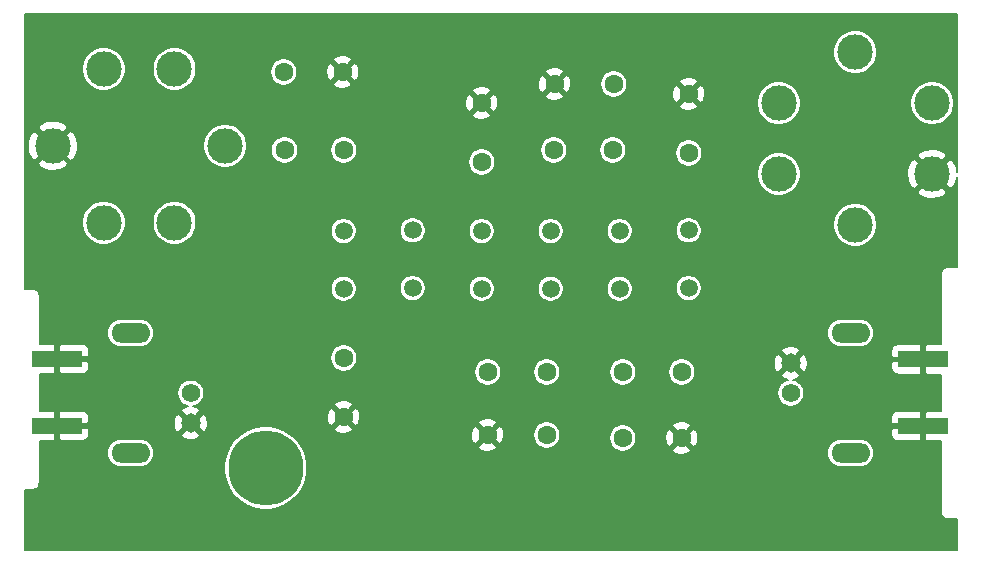
<source format=gbl>
G04 #@! TF.GenerationSoftware,KiCad,Pcbnew,(5.1.10)-1*
G04 #@! TF.CreationDate,2021-09-28T15:37:17-04:00*
G04 #@! TF.ProjectId,SSB6,53534236-2e6b-4696-9361-645f70636258,1*
G04 #@! TF.SameCoordinates,PX8c7ecc0PY46649b0*
G04 #@! TF.FileFunction,Copper,L2,Bot*
G04 #@! TF.FilePolarity,Positive*
%FSLAX46Y46*%
G04 Gerber Fmt 4.6, Leading zero omitted, Abs format (unit mm)*
G04 Created by KiCad (PCBNEW (5.1.10)-1) date 2021-09-28 15:37:17*
%MOMM*%
%LPD*%
G01*
G04 APERTURE LIST*
G04 #@! TA.AperFunction,ComponentPad*
%ADD10O,3.302000X1.651000*%
G04 #@! TD*
G04 #@! TA.AperFunction,ComponentPad*
%ADD11C,1.651000*%
G04 #@! TD*
G04 #@! TA.AperFunction,ComponentPad*
%ADD12C,1.574800*%
G04 #@! TD*
G04 #@! TA.AperFunction,SMDPad,CuDef*
%ADD13R,4.200000X1.350000*%
G04 #@! TD*
G04 #@! TA.AperFunction,ComponentPad*
%ADD14C,6.350000*%
G04 #@! TD*
G04 #@! TA.AperFunction,ComponentPad*
%ADD15C,1.600000*%
G04 #@! TD*
G04 #@! TA.AperFunction,ComponentPad*
%ADD16C,1.500000*%
G04 #@! TD*
G04 #@! TA.AperFunction,ComponentPad*
%ADD17C,3.000000*%
G04 #@! TD*
G04 #@! TA.AperFunction,ViaPad*
%ADD18C,0.889000*%
G04 #@! TD*
G04 #@! TA.AperFunction,ViaPad*
%ADD19C,1.397000*%
G04 #@! TD*
G04 #@! TA.AperFunction,ViaPad*
%ADD20C,1.676400*%
G04 #@! TD*
G04 #@! TA.AperFunction,Conductor*
%ADD21C,0.203200*%
G04 #@! TD*
G04 #@! TA.AperFunction,Conductor*
%ADD22C,0.150000*%
G04 #@! TD*
G04 APERTURE END LIST*
D10*
X-44430000Y-10020000D03*
X-44430000Y140000D03*
D11*
X-49510000Y-2400000D03*
D12*
X-49510000Y-4940000D03*
D10*
X-105390000Y140000D03*
X-105390000Y-10020000D03*
D11*
X-100310000Y-7480000D03*
D12*
X-100310000Y-4940000D03*
D13*
X-111613000Y-7714200D03*
X-111613000Y-2064200D03*
X-38283200Y-2089600D03*
X-38283200Y-7739600D03*
D14*
X-93960000Y-11290000D03*
D15*
X-92436000Y22238000D03*
X-87436000Y22238000D03*
X-92356000Y15634000D03*
X-87356000Y15634000D03*
X-87356000Y-6972000D03*
X-87356000Y-1972000D03*
X-75672000Y14618000D03*
X-75672000Y19618000D03*
X-70164000Y-3162000D03*
X-75164000Y-3162000D03*
X-70164000Y-8496000D03*
X-75164000Y-8496000D03*
X-64576000Y15634000D03*
X-69576000Y15634000D03*
X-64496000Y21222000D03*
X-69496000Y21222000D03*
X-63734000Y-8750000D03*
X-58734000Y-8750000D03*
X-63734000Y-3162000D03*
X-58734000Y-3162000D03*
X-58146000Y20380000D03*
X-58146000Y15380000D03*
D16*
X-87356000Y8776000D03*
X-87356000Y3896000D03*
X-75672000Y8776000D03*
X-75672000Y3896000D03*
X-69830000Y3896000D03*
X-69830000Y8776000D03*
X-63988000Y8776000D03*
X-63988000Y3896000D03*
X-58146000Y8830000D03*
X-58146000Y3950000D03*
X-81514000Y3950000D03*
X-81514000Y8830000D03*
D17*
X-97376000Y15992000D03*
X-111976000Y15992000D03*
X-101676000Y9492000D03*
X-101676000Y22492000D03*
X-107676000Y9492000D03*
X-107676000Y22492000D03*
X-50526000Y13602000D03*
X-37526000Y13602000D03*
X-50526000Y19602000D03*
X-37526000Y19602000D03*
X-44026000Y9302000D03*
X-44026000Y23902000D03*
D18*
X-111613000Y25159000D03*
X-99040000Y25159000D03*
D19*
X-84308000Y25794000D03*
X-66274000Y25413000D03*
D18*
X-54463000Y25413000D03*
X-39604000Y25540000D03*
X-39604000Y-16116000D03*
D19*
X-54336000Y-1638000D03*
X-91928000Y6236000D03*
D20*
X-53320000Y6236000D03*
D18*
X-99040000Y-16624000D03*
X-111486000Y-16624000D03*
X-111613000Y5855000D03*
X-82276000Y14364000D03*
X-90912000Y25794000D03*
X-48494000Y24524000D03*
X-80498000Y-12052000D03*
X-106914000Y-16624000D03*
X-54336000Y-9258000D03*
D21*
X-35425700Y13810896D02*
X-35461548Y14083277D01*
X-35595108Y14476784D01*
X-35725898Y14721473D01*
X-36031251Y14881223D01*
X-37310474Y13602000D01*
X-36031251Y12322777D01*
X-35725898Y12482527D01*
X-35542088Y12855220D01*
X-35434519Y13256610D01*
X-35425700Y13391086D01*
X-35425700Y5740700D01*
X-36173238Y5740700D01*
X-36199713Y5743341D01*
X-36226875Y5740700D01*
X-36227224Y5740700D01*
X-36254074Y5738055D01*
X-36306779Y5732931D01*
X-36307106Y5732832D01*
X-36307454Y5732798D01*
X-36359249Y5717086D01*
X-36409758Y5701834D01*
X-36410059Y5701674D01*
X-36410394Y5701572D01*
X-36458060Y5676094D01*
X-36504693Y5651243D01*
X-36504958Y5651026D01*
X-36505265Y5650862D01*
X-36546813Y5616764D01*
X-36587932Y5583105D01*
X-36588151Y5582839D01*
X-36588419Y5582619D01*
X-36622605Y5540964D01*
X-36656279Y5500036D01*
X-36656440Y5499735D01*
X-36656662Y5499465D01*
X-36682087Y5451898D01*
X-36707108Y5405229D01*
X-36707208Y5404901D01*
X-36707372Y5404594D01*
X-36723000Y5353075D01*
X-36738463Y5302328D01*
X-36738497Y5301987D01*
X-36738598Y5301654D01*
X-36743902Y5247799D01*
X-36746465Y5222108D01*
X-36746465Y5221776D01*
X-36749142Y5194600D01*
X-36746533Y5168107D01*
X-36754015Y-802988D01*
X-37978400Y-805000D01*
X-38130800Y-957400D01*
X-38130800Y-1937200D01*
X-38110800Y-1937200D01*
X-38110800Y-2242000D01*
X-38130800Y-2242000D01*
X-38130800Y-3221800D01*
X-37978400Y-3374200D01*
X-36757240Y-3376207D01*
X-36761096Y-6453000D01*
X-37978400Y-6455000D01*
X-38130800Y-6607400D01*
X-38130800Y-7587200D01*
X-38110800Y-7587200D01*
X-38110800Y-7892000D01*
X-38130800Y-7892000D01*
X-38130800Y-8871800D01*
X-37978400Y-9024200D01*
X-36764321Y-9026195D01*
X-36771866Y-15047432D01*
X-36774542Y-15074600D01*
X-36769268Y-15128147D01*
X-36764131Y-15180979D01*
X-36764032Y-15181306D01*
X-36763998Y-15181654D01*
X-36748286Y-15233449D01*
X-36733034Y-15283958D01*
X-36732874Y-15284259D01*
X-36732772Y-15284594D01*
X-36707294Y-15332260D01*
X-36682443Y-15378893D01*
X-36682226Y-15379158D01*
X-36682062Y-15379465D01*
X-36647765Y-15421256D01*
X-36614304Y-15462132D01*
X-36614041Y-15462348D01*
X-36613819Y-15462619D01*
X-36571971Y-15496963D01*
X-36531236Y-15530479D01*
X-36530935Y-15530640D01*
X-36530665Y-15530862D01*
X-36483098Y-15556287D01*
X-36436429Y-15581308D01*
X-36436101Y-15581408D01*
X-36435794Y-15581572D01*
X-36384275Y-15597200D01*
X-36333528Y-15612663D01*
X-36333187Y-15612697D01*
X-36332854Y-15612798D01*
X-36279257Y-15618077D01*
X-36226487Y-15623341D01*
X-36199325Y-15620700D01*
X-35452567Y-15620700D01*
X-35459636Y-18254778D01*
X-114368900Y-18237023D01*
X-114368900Y-13106100D01*
X-113671824Y-13106100D01*
X-113645000Y-13108742D01*
X-113618176Y-13106100D01*
X-113537946Y-13098198D01*
X-113435006Y-13066972D01*
X-113340135Y-13016262D01*
X-113256981Y-12948019D01*
X-113188738Y-12864865D01*
X-113138028Y-12769994D01*
X-113106802Y-12667054D01*
X-113096258Y-12560000D01*
X-113098900Y-12533176D01*
X-113098900Y-10020000D01*
X-107402314Y-10020000D01*
X-107379510Y-10251536D01*
X-107311973Y-10474174D01*
X-107202300Y-10679359D01*
X-107054704Y-10859204D01*
X-106874859Y-11006800D01*
X-106669674Y-11116473D01*
X-106447036Y-11184010D01*
X-106273516Y-11201100D01*
X-104506484Y-11201100D01*
X-104332964Y-11184010D01*
X-104110326Y-11116473D01*
X-103905141Y-11006800D01*
X-103826507Y-10942266D01*
X-97490600Y-10942266D01*
X-97490600Y-11637734D01*
X-97354921Y-12319838D01*
X-97088777Y-12962366D01*
X-96702396Y-13540626D01*
X-96210626Y-14032396D01*
X-95632366Y-14418777D01*
X-94989838Y-14684921D01*
X-94307734Y-14820600D01*
X-93612266Y-14820600D01*
X-92930162Y-14684921D01*
X-92287634Y-14418777D01*
X-91709374Y-14032396D01*
X-91217604Y-13540626D01*
X-90831223Y-12962366D01*
X-90565079Y-12319838D01*
X-90429400Y-11637734D01*
X-90429400Y-10942266D01*
X-90565079Y-10260162D01*
X-90831223Y-9617634D01*
X-90915810Y-9491040D01*
X-75943514Y-9491040D01*
X-75868423Y-9724833D01*
X-75615155Y-9838648D01*
X-75344548Y-9900866D01*
X-75067003Y-9909095D01*
X-74793186Y-9863020D01*
X-74533619Y-9764411D01*
X-74459577Y-9724833D01*
X-74384486Y-9491040D01*
X-75164000Y-8711526D01*
X-75943514Y-9491040D01*
X-90915810Y-9491040D01*
X-91217604Y-9039374D01*
X-91663981Y-8592997D01*
X-76577095Y-8592997D01*
X-76531020Y-8866814D01*
X-76432411Y-9126381D01*
X-76392833Y-9200423D01*
X-76159040Y-9275514D01*
X-75379526Y-8496000D01*
X-74948474Y-8496000D01*
X-74168960Y-9275514D01*
X-73935167Y-9200423D01*
X-73821352Y-8947155D01*
X-73759134Y-8676548D01*
X-73750905Y-8399003D01*
X-73753735Y-8382183D01*
X-71319600Y-8382183D01*
X-71319600Y-8609817D01*
X-71275191Y-8833076D01*
X-71188079Y-9043382D01*
X-71061613Y-9232652D01*
X-70900652Y-9393613D01*
X-70711382Y-9520079D01*
X-70501076Y-9607191D01*
X-70277817Y-9651600D01*
X-70050183Y-9651600D01*
X-69826924Y-9607191D01*
X-69616618Y-9520079D01*
X-69427348Y-9393613D01*
X-69266387Y-9232652D01*
X-69139921Y-9043382D01*
X-69052809Y-8833076D01*
X-69013645Y-8636183D01*
X-64889600Y-8636183D01*
X-64889600Y-8863817D01*
X-64845191Y-9087076D01*
X-64758079Y-9297382D01*
X-64631613Y-9486652D01*
X-64470652Y-9647613D01*
X-64281382Y-9774079D01*
X-64071076Y-9861191D01*
X-63847817Y-9905600D01*
X-63620183Y-9905600D01*
X-63396924Y-9861191D01*
X-63186618Y-9774079D01*
X-63143159Y-9745040D01*
X-59513514Y-9745040D01*
X-59438423Y-9978833D01*
X-59185155Y-10092648D01*
X-58914548Y-10154866D01*
X-58637003Y-10163095D01*
X-58363186Y-10117020D01*
X-58107802Y-10020000D01*
X-46442314Y-10020000D01*
X-46419510Y-10251536D01*
X-46351973Y-10474174D01*
X-46242300Y-10679359D01*
X-46094704Y-10859204D01*
X-45914859Y-11006800D01*
X-45709674Y-11116473D01*
X-45487036Y-11184010D01*
X-45313516Y-11201100D01*
X-43546484Y-11201100D01*
X-43372964Y-11184010D01*
X-43150326Y-11116473D01*
X-42945141Y-11006800D01*
X-42765296Y-10859204D01*
X-42617700Y-10679359D01*
X-42508027Y-10474174D01*
X-42440490Y-10251536D01*
X-42417686Y-10020000D01*
X-42440490Y-9788464D01*
X-42508027Y-9565826D01*
X-42617700Y-9360641D01*
X-42765296Y-9180796D01*
X-42945141Y-9033200D01*
X-43150326Y-8923527D01*
X-43372964Y-8855990D01*
X-43546484Y-8838900D01*
X-45313516Y-8838900D01*
X-45487036Y-8855990D01*
X-45709674Y-8923527D01*
X-45914859Y-9033200D01*
X-46094704Y-9180796D01*
X-46242300Y-9360641D01*
X-46351973Y-9565826D01*
X-46419510Y-9788464D01*
X-46442314Y-10020000D01*
X-58107802Y-10020000D01*
X-58103619Y-10018411D01*
X-58029577Y-9978833D01*
X-57954486Y-9745040D01*
X-58734000Y-8965526D01*
X-59513514Y-9745040D01*
X-63143159Y-9745040D01*
X-62997348Y-9647613D01*
X-62836387Y-9486652D01*
X-62709921Y-9297382D01*
X-62622809Y-9087076D01*
X-62578400Y-8863817D01*
X-62578400Y-8846997D01*
X-60147095Y-8846997D01*
X-60101020Y-9120814D01*
X-60002411Y-9380381D01*
X-59962833Y-9454423D01*
X-59729040Y-9529514D01*
X-58949526Y-8750000D01*
X-58518474Y-8750000D01*
X-57738960Y-9529514D01*
X-57505167Y-9454423D01*
X-57391352Y-9201155D01*
X-57329134Y-8930548D01*
X-57320905Y-8653003D01*
X-57361020Y-8414600D01*
X-40995750Y-8414600D01*
X-40983980Y-8534103D01*
X-40949122Y-8649013D01*
X-40892517Y-8754915D01*
X-40816338Y-8847738D01*
X-40723515Y-8923917D01*
X-40617613Y-8980522D01*
X-40502703Y-9015380D01*
X-40383200Y-9027150D01*
X-38588000Y-9024200D01*
X-38435600Y-8871800D01*
X-38435600Y-7892000D01*
X-40840400Y-7892000D01*
X-40992800Y-8044400D01*
X-40995750Y-8414600D01*
X-57361020Y-8414600D01*
X-57366980Y-8379186D01*
X-57465589Y-8119619D01*
X-57505167Y-8045577D01*
X-57738960Y-7970486D01*
X-58518474Y-8750000D01*
X-58949526Y-8750000D01*
X-59729040Y-7970486D01*
X-59962833Y-8045577D01*
X-60076648Y-8298845D01*
X-60138866Y-8569452D01*
X-60147095Y-8846997D01*
X-62578400Y-8846997D01*
X-62578400Y-8636183D01*
X-62622809Y-8412924D01*
X-62709921Y-8202618D01*
X-62836387Y-8013348D01*
X-62997348Y-7852387D01*
X-63143158Y-7754960D01*
X-59513514Y-7754960D01*
X-58734000Y-8534474D01*
X-57954486Y-7754960D01*
X-58029577Y-7521167D01*
X-58282845Y-7407352D01*
X-58553452Y-7345134D01*
X-58830997Y-7336905D01*
X-59104814Y-7382980D01*
X-59364381Y-7481589D01*
X-59438423Y-7521167D01*
X-59513514Y-7754960D01*
X-63143158Y-7754960D01*
X-63186618Y-7725921D01*
X-63396924Y-7638809D01*
X-63620183Y-7594400D01*
X-63847817Y-7594400D01*
X-64071076Y-7638809D01*
X-64281382Y-7725921D01*
X-64470652Y-7852387D01*
X-64631613Y-8013348D01*
X-64758079Y-8202618D01*
X-64845191Y-8412924D01*
X-64889600Y-8636183D01*
X-69013645Y-8636183D01*
X-69008400Y-8609817D01*
X-69008400Y-8382183D01*
X-69052809Y-8158924D01*
X-69139921Y-7948618D01*
X-69266387Y-7759348D01*
X-69427348Y-7598387D01*
X-69616618Y-7471921D01*
X-69826924Y-7384809D01*
X-70050183Y-7340400D01*
X-70277817Y-7340400D01*
X-70501076Y-7384809D01*
X-70711382Y-7471921D01*
X-70900652Y-7598387D01*
X-71061613Y-7759348D01*
X-71188079Y-7948618D01*
X-71275191Y-8158924D01*
X-71319600Y-8382183D01*
X-73753735Y-8382183D01*
X-73796980Y-8125186D01*
X-73895589Y-7865619D01*
X-73935167Y-7791577D01*
X-74168960Y-7716486D01*
X-74948474Y-8496000D01*
X-75379526Y-8496000D01*
X-76159040Y-7716486D01*
X-76392833Y-7791577D01*
X-76506648Y-8044845D01*
X-76568866Y-8315452D01*
X-76577095Y-8592997D01*
X-91663981Y-8592997D01*
X-91709374Y-8547604D01*
X-92287634Y-8161223D01*
X-92756432Y-7967040D01*
X-88135514Y-7967040D01*
X-88060423Y-8200833D01*
X-87807155Y-8314648D01*
X-87536548Y-8376866D01*
X-87259003Y-8385095D01*
X-86985186Y-8339020D01*
X-86725619Y-8240411D01*
X-86651577Y-8200833D01*
X-86576486Y-7967040D01*
X-87356000Y-7187526D01*
X-88135514Y-7967040D01*
X-92756432Y-7967040D01*
X-92930162Y-7895079D01*
X-93612266Y-7759400D01*
X-94307734Y-7759400D01*
X-94989838Y-7895079D01*
X-95632366Y-8161223D01*
X-96210626Y-8547604D01*
X-96702396Y-9039374D01*
X-97088777Y-9617634D01*
X-97354921Y-10260162D01*
X-97490600Y-10942266D01*
X-103826507Y-10942266D01*
X-103725296Y-10859204D01*
X-103577700Y-10679359D01*
X-103468027Y-10474174D01*
X-103400490Y-10251536D01*
X-103377686Y-10020000D01*
X-103400490Y-9788464D01*
X-103468027Y-9565826D01*
X-103577700Y-9360641D01*
X-103725296Y-9180796D01*
X-103905141Y-9033200D01*
X-104110326Y-8923527D01*
X-104332964Y-8855990D01*
X-104506484Y-8838900D01*
X-106273516Y-8838900D01*
X-106447036Y-8855990D01*
X-106669674Y-8923527D01*
X-106874859Y-9033200D01*
X-107054704Y-9180796D01*
X-107202300Y-9360641D01*
X-107311973Y-9565826D01*
X-107379510Y-9788464D01*
X-107402314Y-10020000D01*
X-113098900Y-10020000D01*
X-113098900Y-9000741D01*
X-111917800Y-8998800D01*
X-111765400Y-8846400D01*
X-111765400Y-7866600D01*
X-111460600Y-7866600D01*
X-111460600Y-8846400D01*
X-111308200Y-8998800D01*
X-109513000Y-9001750D01*
X-109393497Y-8989980D01*
X-109278587Y-8955122D01*
X-109172685Y-8898517D01*
X-109079862Y-8822338D01*
X-109003683Y-8729515D01*
X-108947078Y-8623613D01*
X-108912220Y-8508703D01*
X-108910702Y-8493290D01*
X-101107764Y-8493290D01*
X-101029571Y-8729683D01*
X-100771944Y-8846052D01*
X-100496564Y-8909924D01*
X-100214015Y-8918846D01*
X-99935154Y-8872473D01*
X-99670699Y-8772588D01*
X-99590429Y-8729683D01*
X-99512236Y-8493290D01*
X-100310000Y-7695526D01*
X-101107764Y-8493290D01*
X-108910702Y-8493290D01*
X-108900450Y-8389200D01*
X-108903400Y-8019000D01*
X-109055800Y-7866600D01*
X-111460600Y-7866600D01*
X-111765400Y-7866600D01*
X-111785400Y-7866600D01*
X-111785400Y-7575985D01*
X-101748846Y-7575985D01*
X-101702473Y-7854846D01*
X-101602588Y-8119301D01*
X-101559683Y-8199571D01*
X-101323290Y-8277764D01*
X-100525526Y-7480000D01*
X-100094474Y-7480000D01*
X-99296710Y-8277764D01*
X-99060317Y-8199571D01*
X-98943948Y-7941944D01*
X-98880076Y-7666564D01*
X-98871154Y-7384015D01*
X-98917527Y-7105154D01*
X-98931183Y-7068997D01*
X-88769095Y-7068997D01*
X-88723020Y-7342814D01*
X-88624411Y-7602381D01*
X-88584833Y-7676423D01*
X-88351040Y-7751514D01*
X-87571526Y-6972000D01*
X-87140474Y-6972000D01*
X-86360960Y-7751514D01*
X-86127167Y-7676423D01*
X-86048317Y-7500960D01*
X-75943514Y-7500960D01*
X-75164000Y-8280474D01*
X-74384486Y-7500960D01*
X-74459577Y-7267167D01*
X-74712845Y-7153352D01*
X-74983452Y-7091134D01*
X-75260997Y-7082905D01*
X-75534814Y-7128980D01*
X-75794381Y-7227589D01*
X-75868423Y-7267167D01*
X-75943514Y-7500960D01*
X-86048317Y-7500960D01*
X-86013352Y-7423155D01*
X-85951134Y-7152548D01*
X-85948527Y-7064600D01*
X-40995750Y-7064600D01*
X-40992800Y-7434800D01*
X-40840400Y-7587200D01*
X-38435600Y-7587200D01*
X-38435600Y-6607400D01*
X-38588000Y-6455000D01*
X-40383200Y-6452050D01*
X-40502703Y-6463820D01*
X-40617613Y-6498678D01*
X-40723515Y-6555283D01*
X-40816338Y-6631462D01*
X-40892517Y-6724285D01*
X-40949122Y-6830187D01*
X-40983980Y-6945097D01*
X-40995750Y-7064600D01*
X-85948527Y-7064600D01*
X-85942905Y-6875003D01*
X-85988980Y-6601186D01*
X-86087589Y-6341619D01*
X-86127167Y-6267577D01*
X-86360960Y-6192486D01*
X-87140474Y-6972000D01*
X-87571526Y-6972000D01*
X-88351040Y-6192486D01*
X-88584833Y-6267577D01*
X-88698648Y-6520845D01*
X-88760866Y-6791452D01*
X-88769095Y-7068997D01*
X-98931183Y-7068997D01*
X-99017412Y-6840699D01*
X-99060317Y-6760429D01*
X-99296710Y-6682236D01*
X-100094474Y-7480000D01*
X-100525526Y-7480000D01*
X-101323290Y-6682236D01*
X-101559683Y-6760429D01*
X-101676052Y-7018056D01*
X-101739924Y-7293436D01*
X-101748846Y-7575985D01*
X-111785400Y-7575985D01*
X-111785400Y-7561800D01*
X-111765400Y-7561800D01*
X-111765400Y-6582000D01*
X-111460600Y-6582000D01*
X-111460600Y-7561800D01*
X-109055800Y-7561800D01*
X-108903400Y-7409400D01*
X-108900450Y-7039200D01*
X-108912220Y-6919697D01*
X-108947078Y-6804787D01*
X-109003683Y-6698885D01*
X-109079862Y-6606062D01*
X-109172685Y-6529883D01*
X-109278587Y-6473278D01*
X-109393497Y-6438420D01*
X-109513000Y-6426650D01*
X-111308200Y-6429600D01*
X-111460600Y-6582000D01*
X-111765400Y-6582000D01*
X-111917800Y-6429600D01*
X-113098900Y-6427659D01*
X-113098900Y-4827424D01*
X-101453000Y-4827424D01*
X-101453000Y-5052576D01*
X-101409075Y-5273401D01*
X-101322913Y-5481413D01*
X-101197826Y-5668620D01*
X-101038620Y-5827826D01*
X-100851413Y-5952913D01*
X-100643401Y-6039075D01*
X-100529603Y-6061711D01*
X-100684846Y-6087527D01*
X-100949301Y-6187412D01*
X-101029571Y-6230317D01*
X-101107764Y-6466710D01*
X-100310000Y-7264474D01*
X-99512236Y-6466710D01*
X-99590429Y-6230317D01*
X-99848056Y-6113948D01*
X-100081179Y-6059877D01*
X-99976599Y-6039075D01*
X-99826642Y-5976960D01*
X-88135514Y-5976960D01*
X-87356000Y-6756474D01*
X-86576486Y-5976960D01*
X-86651577Y-5743167D01*
X-86904845Y-5629352D01*
X-87175452Y-5567134D01*
X-87452997Y-5558905D01*
X-87726814Y-5604980D01*
X-87986381Y-5703589D01*
X-88060423Y-5743167D01*
X-88135514Y-5976960D01*
X-99826642Y-5976960D01*
X-99768587Y-5952913D01*
X-99581380Y-5827826D01*
X-99422174Y-5668620D01*
X-99297087Y-5481413D01*
X-99210925Y-5273401D01*
X-99167000Y-5052576D01*
X-99167000Y-4827424D01*
X-50653000Y-4827424D01*
X-50653000Y-5052576D01*
X-50609075Y-5273401D01*
X-50522913Y-5481413D01*
X-50397826Y-5668620D01*
X-50238620Y-5827826D01*
X-50051413Y-5952913D01*
X-49843401Y-6039075D01*
X-49622576Y-6083000D01*
X-49397424Y-6083000D01*
X-49176599Y-6039075D01*
X-48968587Y-5952913D01*
X-48781380Y-5827826D01*
X-48622174Y-5668620D01*
X-48497087Y-5481413D01*
X-48410925Y-5273401D01*
X-48367000Y-5052576D01*
X-48367000Y-4827424D01*
X-48410925Y-4606599D01*
X-48497087Y-4398587D01*
X-48622174Y-4211380D01*
X-48781380Y-4052174D01*
X-48968587Y-3927087D01*
X-49176599Y-3840925D01*
X-49290397Y-3818289D01*
X-49135154Y-3792473D01*
X-48870699Y-3692588D01*
X-48790429Y-3649683D01*
X-48712236Y-3413290D01*
X-49510000Y-2615526D01*
X-50307764Y-3413290D01*
X-50229571Y-3649683D01*
X-49971944Y-3766052D01*
X-49738821Y-3820123D01*
X-49843401Y-3840925D01*
X-50051413Y-3927087D01*
X-50238620Y-4052174D01*
X-50397826Y-4211380D01*
X-50522913Y-4398587D01*
X-50609075Y-4606599D01*
X-50653000Y-4827424D01*
X-99167000Y-4827424D01*
X-99210925Y-4606599D01*
X-99297087Y-4398587D01*
X-99422174Y-4211380D01*
X-99581380Y-4052174D01*
X-99768587Y-3927087D01*
X-99976599Y-3840925D01*
X-100197424Y-3797000D01*
X-100422576Y-3797000D01*
X-100643401Y-3840925D01*
X-100851413Y-3927087D01*
X-101038620Y-4052174D01*
X-101197826Y-4211380D01*
X-101322913Y-4398587D01*
X-101409075Y-4606599D01*
X-101453000Y-4827424D01*
X-113098900Y-4827424D01*
X-113098900Y-3350741D01*
X-111917800Y-3348800D01*
X-111765400Y-3196400D01*
X-111765400Y-2216600D01*
X-111460600Y-2216600D01*
X-111460600Y-3196400D01*
X-111308200Y-3348800D01*
X-109513000Y-3351750D01*
X-109393497Y-3339980D01*
X-109278587Y-3305122D01*
X-109172685Y-3248517D01*
X-109079862Y-3172338D01*
X-109003683Y-3079515D01*
X-108947078Y-2973613D01*
X-108912220Y-2858703D01*
X-108900450Y-2739200D01*
X-108903400Y-2369000D01*
X-109055800Y-2216600D01*
X-111460600Y-2216600D01*
X-111765400Y-2216600D01*
X-111785400Y-2216600D01*
X-111785400Y-1911800D01*
X-111765400Y-1911800D01*
X-111765400Y-932000D01*
X-111460600Y-932000D01*
X-111460600Y-1911800D01*
X-109055800Y-1911800D01*
X-109002183Y-1858183D01*
X-88511600Y-1858183D01*
X-88511600Y-2085817D01*
X-88467191Y-2309076D01*
X-88380079Y-2519382D01*
X-88253613Y-2708652D01*
X-88092652Y-2869613D01*
X-87903382Y-2996079D01*
X-87693076Y-3083191D01*
X-87469817Y-3127600D01*
X-87242183Y-3127600D01*
X-87018924Y-3083191D01*
X-86934408Y-3048183D01*
X-76319600Y-3048183D01*
X-76319600Y-3275817D01*
X-76275191Y-3499076D01*
X-76188079Y-3709382D01*
X-76061613Y-3898652D01*
X-75900652Y-4059613D01*
X-75711382Y-4186079D01*
X-75501076Y-4273191D01*
X-75277817Y-4317600D01*
X-75050183Y-4317600D01*
X-74826924Y-4273191D01*
X-74616618Y-4186079D01*
X-74427348Y-4059613D01*
X-74266387Y-3898652D01*
X-74139921Y-3709382D01*
X-74052809Y-3499076D01*
X-74008400Y-3275817D01*
X-74008400Y-3048183D01*
X-71319600Y-3048183D01*
X-71319600Y-3275817D01*
X-71275191Y-3499076D01*
X-71188079Y-3709382D01*
X-71061613Y-3898652D01*
X-70900652Y-4059613D01*
X-70711382Y-4186079D01*
X-70501076Y-4273191D01*
X-70277817Y-4317600D01*
X-70050183Y-4317600D01*
X-69826924Y-4273191D01*
X-69616618Y-4186079D01*
X-69427348Y-4059613D01*
X-69266387Y-3898652D01*
X-69139921Y-3709382D01*
X-69052809Y-3499076D01*
X-69008400Y-3275817D01*
X-69008400Y-3048183D01*
X-64889600Y-3048183D01*
X-64889600Y-3275817D01*
X-64845191Y-3499076D01*
X-64758079Y-3709382D01*
X-64631613Y-3898652D01*
X-64470652Y-4059613D01*
X-64281382Y-4186079D01*
X-64071076Y-4273191D01*
X-63847817Y-4317600D01*
X-63620183Y-4317600D01*
X-63396924Y-4273191D01*
X-63186618Y-4186079D01*
X-62997348Y-4059613D01*
X-62836387Y-3898652D01*
X-62709921Y-3709382D01*
X-62622809Y-3499076D01*
X-62578400Y-3275817D01*
X-62578400Y-3048183D01*
X-59889600Y-3048183D01*
X-59889600Y-3275817D01*
X-59845191Y-3499076D01*
X-59758079Y-3709382D01*
X-59631613Y-3898652D01*
X-59470652Y-4059613D01*
X-59281382Y-4186079D01*
X-59071076Y-4273191D01*
X-58847817Y-4317600D01*
X-58620183Y-4317600D01*
X-58396924Y-4273191D01*
X-58186618Y-4186079D01*
X-57997348Y-4059613D01*
X-57836387Y-3898652D01*
X-57709921Y-3709382D01*
X-57622809Y-3499076D01*
X-57578400Y-3275817D01*
X-57578400Y-3048183D01*
X-57622809Y-2824924D01*
X-57709921Y-2614618D01*
X-57789188Y-2495985D01*
X-50948846Y-2495985D01*
X-50902473Y-2774846D01*
X-50802588Y-3039301D01*
X-50759683Y-3119571D01*
X-50523290Y-3197764D01*
X-49725526Y-2400000D01*
X-49294474Y-2400000D01*
X-48496710Y-3197764D01*
X-48260317Y-3119571D01*
X-48143948Y-2861944D01*
X-48121370Y-2764600D01*
X-40995750Y-2764600D01*
X-40983980Y-2884103D01*
X-40949122Y-2999013D01*
X-40892517Y-3104915D01*
X-40816338Y-3197738D01*
X-40723515Y-3273917D01*
X-40617613Y-3330522D01*
X-40502703Y-3365380D01*
X-40383200Y-3377150D01*
X-38588000Y-3374200D01*
X-38435600Y-3221800D01*
X-38435600Y-2242000D01*
X-40840400Y-2242000D01*
X-40992800Y-2394400D01*
X-40995750Y-2764600D01*
X-48121370Y-2764600D01*
X-48080076Y-2586564D01*
X-48071154Y-2304015D01*
X-48117527Y-2025154D01*
X-48217412Y-1760699D01*
X-48260317Y-1680429D01*
X-48496710Y-1602236D01*
X-49294474Y-2400000D01*
X-49725526Y-2400000D01*
X-50523290Y-1602236D01*
X-50759683Y-1680429D01*
X-50876052Y-1938056D01*
X-50939924Y-2213436D01*
X-50948846Y-2495985D01*
X-57789188Y-2495985D01*
X-57836387Y-2425348D01*
X-57997348Y-2264387D01*
X-58186618Y-2137921D01*
X-58396924Y-2050809D01*
X-58620183Y-2006400D01*
X-58847817Y-2006400D01*
X-59071076Y-2050809D01*
X-59281382Y-2137921D01*
X-59470652Y-2264387D01*
X-59631613Y-2425348D01*
X-59758079Y-2614618D01*
X-59845191Y-2824924D01*
X-59889600Y-3048183D01*
X-62578400Y-3048183D01*
X-62622809Y-2824924D01*
X-62709921Y-2614618D01*
X-62836387Y-2425348D01*
X-62997348Y-2264387D01*
X-63186618Y-2137921D01*
X-63396924Y-2050809D01*
X-63620183Y-2006400D01*
X-63847817Y-2006400D01*
X-64071076Y-2050809D01*
X-64281382Y-2137921D01*
X-64470652Y-2264387D01*
X-64631613Y-2425348D01*
X-64758079Y-2614618D01*
X-64845191Y-2824924D01*
X-64889600Y-3048183D01*
X-69008400Y-3048183D01*
X-69052809Y-2824924D01*
X-69139921Y-2614618D01*
X-69266387Y-2425348D01*
X-69427348Y-2264387D01*
X-69616618Y-2137921D01*
X-69826924Y-2050809D01*
X-70050183Y-2006400D01*
X-70277817Y-2006400D01*
X-70501076Y-2050809D01*
X-70711382Y-2137921D01*
X-70900652Y-2264387D01*
X-71061613Y-2425348D01*
X-71188079Y-2614618D01*
X-71275191Y-2824924D01*
X-71319600Y-3048183D01*
X-74008400Y-3048183D01*
X-74052809Y-2824924D01*
X-74139921Y-2614618D01*
X-74266387Y-2425348D01*
X-74427348Y-2264387D01*
X-74616618Y-2137921D01*
X-74826924Y-2050809D01*
X-75050183Y-2006400D01*
X-75277817Y-2006400D01*
X-75501076Y-2050809D01*
X-75711382Y-2137921D01*
X-75900652Y-2264387D01*
X-76061613Y-2425348D01*
X-76188079Y-2614618D01*
X-76275191Y-2824924D01*
X-76319600Y-3048183D01*
X-86934408Y-3048183D01*
X-86808618Y-2996079D01*
X-86619348Y-2869613D01*
X-86458387Y-2708652D01*
X-86331921Y-2519382D01*
X-86244809Y-2309076D01*
X-86200400Y-2085817D01*
X-86200400Y-1858183D01*
X-86244809Y-1634924D01*
X-86331921Y-1424618D01*
X-86357250Y-1386710D01*
X-50307764Y-1386710D01*
X-49510000Y-2184474D01*
X-48740126Y-1414600D01*
X-40995750Y-1414600D01*
X-40992800Y-1784800D01*
X-40840400Y-1937200D01*
X-38435600Y-1937200D01*
X-38435600Y-957400D01*
X-38588000Y-805000D01*
X-40383200Y-802050D01*
X-40502703Y-813820D01*
X-40617613Y-848678D01*
X-40723515Y-905283D01*
X-40816338Y-981462D01*
X-40892517Y-1074285D01*
X-40949122Y-1180187D01*
X-40983980Y-1295097D01*
X-40995750Y-1414600D01*
X-48740126Y-1414600D01*
X-48712236Y-1386710D01*
X-48790429Y-1150317D01*
X-49048056Y-1033948D01*
X-49323436Y-970076D01*
X-49605985Y-961154D01*
X-49884846Y-1007527D01*
X-50149301Y-1107412D01*
X-50229571Y-1150317D01*
X-50307764Y-1386710D01*
X-86357250Y-1386710D01*
X-86458387Y-1235348D01*
X-86619348Y-1074387D01*
X-86808618Y-947921D01*
X-87018924Y-860809D01*
X-87242183Y-816400D01*
X-87469817Y-816400D01*
X-87693076Y-860809D01*
X-87903382Y-947921D01*
X-88092652Y-1074387D01*
X-88253613Y-1235348D01*
X-88380079Y-1424618D01*
X-88467191Y-1634924D01*
X-88511600Y-1858183D01*
X-109002183Y-1858183D01*
X-108903400Y-1759400D01*
X-108900450Y-1389200D01*
X-108912220Y-1269697D01*
X-108947078Y-1154787D01*
X-109003683Y-1048885D01*
X-109079862Y-956062D01*
X-109172685Y-879883D01*
X-109278587Y-823278D01*
X-109393497Y-788420D01*
X-109513000Y-776650D01*
X-111308200Y-779600D01*
X-111460600Y-932000D01*
X-111765400Y-932000D01*
X-111917800Y-779600D01*
X-113098900Y-777659D01*
X-113098900Y140000D01*
X-107402314Y140000D01*
X-107379510Y-91536D01*
X-107311973Y-314174D01*
X-107202300Y-519359D01*
X-107054704Y-699204D01*
X-106874859Y-846800D01*
X-106669674Y-956473D01*
X-106447036Y-1024010D01*
X-106273516Y-1041100D01*
X-104506484Y-1041100D01*
X-104332964Y-1024010D01*
X-104110326Y-956473D01*
X-103905141Y-846800D01*
X-103725296Y-699204D01*
X-103577700Y-519359D01*
X-103468027Y-314174D01*
X-103400490Y-91536D01*
X-103377686Y140000D01*
X-46442314Y140000D01*
X-46419510Y-91536D01*
X-46351973Y-314174D01*
X-46242300Y-519359D01*
X-46094704Y-699204D01*
X-45914859Y-846800D01*
X-45709674Y-956473D01*
X-45487036Y-1024010D01*
X-45313516Y-1041100D01*
X-43546484Y-1041100D01*
X-43372964Y-1024010D01*
X-43150326Y-956473D01*
X-42945141Y-846800D01*
X-42765296Y-699204D01*
X-42617700Y-519359D01*
X-42508027Y-314174D01*
X-42440490Y-91536D01*
X-42417686Y140000D01*
X-42440490Y371536D01*
X-42508027Y594174D01*
X-42617700Y799359D01*
X-42765296Y979204D01*
X-42945141Y1126800D01*
X-43150326Y1236473D01*
X-43372964Y1304010D01*
X-43546484Y1321100D01*
X-45313516Y1321100D01*
X-45487036Y1304010D01*
X-45709674Y1236473D01*
X-45914859Y1126800D01*
X-46094704Y979204D01*
X-46242300Y799359D01*
X-46351973Y594174D01*
X-46419510Y371536D01*
X-46442314Y140000D01*
X-103377686Y140000D01*
X-103400490Y371536D01*
X-103468027Y594174D01*
X-103577700Y799359D01*
X-103725296Y979204D01*
X-103905141Y1126800D01*
X-104110326Y1236473D01*
X-104332964Y1304010D01*
X-104506484Y1321100D01*
X-106273516Y1321100D01*
X-106447036Y1304010D01*
X-106669674Y1236473D01*
X-106874859Y1126800D01*
X-107054704Y979204D01*
X-107202300Y799359D01*
X-107311973Y594174D01*
X-107379510Y371536D01*
X-107402314Y140000D01*
X-113098900Y140000D01*
X-113098900Y3288177D01*
X-113096258Y3315000D01*
X-113106802Y3422054D01*
X-113138028Y3524994D01*
X-113188738Y3619865D01*
X-113256981Y3703019D01*
X-113340135Y3771262D01*
X-113435006Y3821972D01*
X-113537946Y3853198D01*
X-113618176Y3861100D01*
X-113645000Y3863742D01*
X-113671824Y3861100D01*
X-114368900Y3861100D01*
X-114368900Y4004892D01*
X-88461600Y4004892D01*
X-88461600Y3787108D01*
X-88419113Y3573508D01*
X-88335770Y3372302D01*
X-88214776Y3191221D01*
X-88060779Y3037224D01*
X-87879698Y2916230D01*
X-87678492Y2832887D01*
X-87464892Y2790400D01*
X-87247108Y2790400D01*
X-87033508Y2832887D01*
X-86832302Y2916230D01*
X-86651221Y3037224D01*
X-86497224Y3191221D01*
X-86376230Y3372302D01*
X-86292887Y3573508D01*
X-86250400Y3787108D01*
X-86250400Y4004892D01*
X-86261141Y4058892D01*
X-82619600Y4058892D01*
X-82619600Y3841108D01*
X-82577113Y3627508D01*
X-82493770Y3426302D01*
X-82372776Y3245221D01*
X-82218779Y3091224D01*
X-82037698Y2970230D01*
X-81836492Y2886887D01*
X-81622892Y2844400D01*
X-81405108Y2844400D01*
X-81191508Y2886887D01*
X-80990302Y2970230D01*
X-80809221Y3091224D01*
X-80655224Y3245221D01*
X-80534230Y3426302D01*
X-80450887Y3627508D01*
X-80408400Y3841108D01*
X-80408400Y4004892D01*
X-76777600Y4004892D01*
X-76777600Y3787108D01*
X-76735113Y3573508D01*
X-76651770Y3372302D01*
X-76530776Y3191221D01*
X-76376779Y3037224D01*
X-76195698Y2916230D01*
X-75994492Y2832887D01*
X-75780892Y2790400D01*
X-75563108Y2790400D01*
X-75349508Y2832887D01*
X-75148302Y2916230D01*
X-74967221Y3037224D01*
X-74813224Y3191221D01*
X-74692230Y3372302D01*
X-74608887Y3573508D01*
X-74566400Y3787108D01*
X-74566400Y4004892D01*
X-70935600Y4004892D01*
X-70935600Y3787108D01*
X-70893113Y3573508D01*
X-70809770Y3372302D01*
X-70688776Y3191221D01*
X-70534779Y3037224D01*
X-70353698Y2916230D01*
X-70152492Y2832887D01*
X-69938892Y2790400D01*
X-69721108Y2790400D01*
X-69507508Y2832887D01*
X-69306302Y2916230D01*
X-69125221Y3037224D01*
X-68971224Y3191221D01*
X-68850230Y3372302D01*
X-68766887Y3573508D01*
X-68724400Y3787108D01*
X-68724400Y4004892D01*
X-65093600Y4004892D01*
X-65093600Y3787108D01*
X-65051113Y3573508D01*
X-64967770Y3372302D01*
X-64846776Y3191221D01*
X-64692779Y3037224D01*
X-64511698Y2916230D01*
X-64310492Y2832887D01*
X-64096892Y2790400D01*
X-63879108Y2790400D01*
X-63665508Y2832887D01*
X-63464302Y2916230D01*
X-63283221Y3037224D01*
X-63129224Y3191221D01*
X-63008230Y3372302D01*
X-62924887Y3573508D01*
X-62882400Y3787108D01*
X-62882400Y4004892D01*
X-62893141Y4058892D01*
X-59251600Y4058892D01*
X-59251600Y3841108D01*
X-59209113Y3627508D01*
X-59125770Y3426302D01*
X-59004776Y3245221D01*
X-58850779Y3091224D01*
X-58669698Y2970230D01*
X-58468492Y2886887D01*
X-58254892Y2844400D01*
X-58037108Y2844400D01*
X-57823508Y2886887D01*
X-57622302Y2970230D01*
X-57441221Y3091224D01*
X-57287224Y3245221D01*
X-57166230Y3426302D01*
X-57082887Y3627508D01*
X-57040400Y3841108D01*
X-57040400Y4058892D01*
X-57082887Y4272492D01*
X-57166230Y4473698D01*
X-57287224Y4654779D01*
X-57441221Y4808776D01*
X-57622302Y4929770D01*
X-57823508Y5013113D01*
X-58037108Y5055600D01*
X-58254892Y5055600D01*
X-58468492Y5013113D01*
X-58669698Y4929770D01*
X-58850779Y4808776D01*
X-59004776Y4654779D01*
X-59125770Y4473698D01*
X-59209113Y4272492D01*
X-59251600Y4058892D01*
X-62893141Y4058892D01*
X-62924887Y4218492D01*
X-63008230Y4419698D01*
X-63129224Y4600779D01*
X-63283221Y4754776D01*
X-63464302Y4875770D01*
X-63665508Y4959113D01*
X-63879108Y5001600D01*
X-64096892Y5001600D01*
X-64310492Y4959113D01*
X-64511698Y4875770D01*
X-64692779Y4754776D01*
X-64846776Y4600779D01*
X-64967770Y4419698D01*
X-65051113Y4218492D01*
X-65093600Y4004892D01*
X-68724400Y4004892D01*
X-68766887Y4218492D01*
X-68850230Y4419698D01*
X-68971224Y4600779D01*
X-69125221Y4754776D01*
X-69306302Y4875770D01*
X-69507508Y4959113D01*
X-69721108Y5001600D01*
X-69938892Y5001600D01*
X-70152492Y4959113D01*
X-70353698Y4875770D01*
X-70534779Y4754776D01*
X-70688776Y4600779D01*
X-70809770Y4419698D01*
X-70893113Y4218492D01*
X-70935600Y4004892D01*
X-74566400Y4004892D01*
X-74608887Y4218492D01*
X-74692230Y4419698D01*
X-74813224Y4600779D01*
X-74967221Y4754776D01*
X-75148302Y4875770D01*
X-75349508Y4959113D01*
X-75563108Y5001600D01*
X-75780892Y5001600D01*
X-75994492Y4959113D01*
X-76195698Y4875770D01*
X-76376779Y4754776D01*
X-76530776Y4600779D01*
X-76651770Y4419698D01*
X-76735113Y4218492D01*
X-76777600Y4004892D01*
X-80408400Y4004892D01*
X-80408400Y4058892D01*
X-80450887Y4272492D01*
X-80534230Y4473698D01*
X-80655224Y4654779D01*
X-80809221Y4808776D01*
X-80990302Y4929770D01*
X-81191508Y5013113D01*
X-81405108Y5055600D01*
X-81622892Y5055600D01*
X-81836492Y5013113D01*
X-82037698Y4929770D01*
X-82218779Y4808776D01*
X-82372776Y4654779D01*
X-82493770Y4473698D01*
X-82577113Y4272492D01*
X-82619600Y4058892D01*
X-86261141Y4058892D01*
X-86292887Y4218492D01*
X-86376230Y4419698D01*
X-86497224Y4600779D01*
X-86651221Y4754776D01*
X-86832302Y4875770D01*
X-87033508Y4959113D01*
X-87247108Y5001600D01*
X-87464892Y5001600D01*
X-87678492Y4959113D01*
X-87879698Y4875770D01*
X-88060779Y4754776D01*
X-88214776Y4600779D01*
X-88335770Y4419698D01*
X-88419113Y4218492D01*
X-88461600Y4004892D01*
X-114368900Y4004892D01*
X-114368900Y9674761D01*
X-109531600Y9674761D01*
X-109531600Y9309239D01*
X-109460290Y8950742D01*
X-109320411Y8613044D01*
X-109117338Y8309124D01*
X-108858876Y8050662D01*
X-108554956Y7847589D01*
X-108217258Y7707710D01*
X-107858761Y7636400D01*
X-107493239Y7636400D01*
X-107134742Y7707710D01*
X-106797044Y7847589D01*
X-106493124Y8050662D01*
X-106234662Y8309124D01*
X-106031589Y8613044D01*
X-105891710Y8950742D01*
X-105820400Y9309239D01*
X-105820400Y9674761D01*
X-103531600Y9674761D01*
X-103531600Y9309239D01*
X-103460290Y8950742D01*
X-103320411Y8613044D01*
X-103117338Y8309124D01*
X-102858876Y8050662D01*
X-102554956Y7847589D01*
X-102217258Y7707710D01*
X-101858761Y7636400D01*
X-101493239Y7636400D01*
X-101134742Y7707710D01*
X-100797044Y7847589D01*
X-100493124Y8050662D01*
X-100234662Y8309124D01*
X-100031589Y8613044D01*
X-99918986Y8884892D01*
X-88461600Y8884892D01*
X-88461600Y8667108D01*
X-88419113Y8453508D01*
X-88335770Y8252302D01*
X-88214776Y8071221D01*
X-88060779Y7917224D01*
X-87879698Y7796230D01*
X-87678492Y7712887D01*
X-87464892Y7670400D01*
X-87247108Y7670400D01*
X-87033508Y7712887D01*
X-86832302Y7796230D01*
X-86651221Y7917224D01*
X-86497224Y8071221D01*
X-86376230Y8252302D01*
X-86292887Y8453508D01*
X-86250400Y8667108D01*
X-86250400Y8884892D01*
X-86261141Y8938892D01*
X-82619600Y8938892D01*
X-82619600Y8721108D01*
X-82577113Y8507508D01*
X-82493770Y8306302D01*
X-82372776Y8125221D01*
X-82218779Y7971224D01*
X-82037698Y7850230D01*
X-81836492Y7766887D01*
X-81622892Y7724400D01*
X-81405108Y7724400D01*
X-81191508Y7766887D01*
X-80990302Y7850230D01*
X-80809221Y7971224D01*
X-80655224Y8125221D01*
X-80534230Y8306302D01*
X-80450887Y8507508D01*
X-80408400Y8721108D01*
X-80408400Y8884892D01*
X-76777600Y8884892D01*
X-76777600Y8667108D01*
X-76735113Y8453508D01*
X-76651770Y8252302D01*
X-76530776Y8071221D01*
X-76376779Y7917224D01*
X-76195698Y7796230D01*
X-75994492Y7712887D01*
X-75780892Y7670400D01*
X-75563108Y7670400D01*
X-75349508Y7712887D01*
X-75148302Y7796230D01*
X-74967221Y7917224D01*
X-74813224Y8071221D01*
X-74692230Y8252302D01*
X-74608887Y8453508D01*
X-74566400Y8667108D01*
X-74566400Y8884892D01*
X-70935600Y8884892D01*
X-70935600Y8667108D01*
X-70893113Y8453508D01*
X-70809770Y8252302D01*
X-70688776Y8071221D01*
X-70534779Y7917224D01*
X-70353698Y7796230D01*
X-70152492Y7712887D01*
X-69938892Y7670400D01*
X-69721108Y7670400D01*
X-69507508Y7712887D01*
X-69306302Y7796230D01*
X-69125221Y7917224D01*
X-68971224Y8071221D01*
X-68850230Y8252302D01*
X-68766887Y8453508D01*
X-68724400Y8667108D01*
X-68724400Y8884892D01*
X-65093600Y8884892D01*
X-65093600Y8667108D01*
X-65051113Y8453508D01*
X-64967770Y8252302D01*
X-64846776Y8071221D01*
X-64692779Y7917224D01*
X-64511698Y7796230D01*
X-64310492Y7712887D01*
X-64096892Y7670400D01*
X-63879108Y7670400D01*
X-63665508Y7712887D01*
X-63464302Y7796230D01*
X-63283221Y7917224D01*
X-63129224Y8071221D01*
X-63008230Y8252302D01*
X-62924887Y8453508D01*
X-62882400Y8667108D01*
X-62882400Y8884892D01*
X-62893141Y8938892D01*
X-59251600Y8938892D01*
X-59251600Y8721108D01*
X-59209113Y8507508D01*
X-59125770Y8306302D01*
X-59004776Y8125221D01*
X-58850779Y7971224D01*
X-58669698Y7850230D01*
X-58468492Y7766887D01*
X-58254892Y7724400D01*
X-58037108Y7724400D01*
X-57823508Y7766887D01*
X-57622302Y7850230D01*
X-57441221Y7971224D01*
X-57287224Y8125221D01*
X-57166230Y8306302D01*
X-57082887Y8507508D01*
X-57040400Y8721108D01*
X-57040400Y8938892D01*
X-57082887Y9152492D01*
X-57166230Y9353698D01*
X-57253803Y9484761D01*
X-45881600Y9484761D01*
X-45881600Y9119239D01*
X-45810290Y8760742D01*
X-45670411Y8423044D01*
X-45467338Y8119124D01*
X-45208876Y7860662D01*
X-44904956Y7657589D01*
X-44567258Y7517710D01*
X-44208761Y7446400D01*
X-43843239Y7446400D01*
X-43484742Y7517710D01*
X-43147044Y7657589D01*
X-42843124Y7860662D01*
X-42584662Y8119124D01*
X-42381589Y8423044D01*
X-42241710Y8760742D01*
X-42170400Y9119239D01*
X-42170400Y9484761D01*
X-42241710Y9843258D01*
X-42381589Y10180956D01*
X-42584662Y10484876D01*
X-42843124Y10743338D01*
X-43147044Y10946411D01*
X-43484742Y11086290D01*
X-43843239Y11157600D01*
X-44208761Y11157600D01*
X-44567258Y11086290D01*
X-44904956Y10946411D01*
X-45208876Y10743338D01*
X-45467338Y10484876D01*
X-45670411Y10180956D01*
X-45810290Y9843258D01*
X-45881600Y9484761D01*
X-57253803Y9484761D01*
X-57287224Y9534779D01*
X-57441221Y9688776D01*
X-57622302Y9809770D01*
X-57823508Y9893113D01*
X-58037108Y9935600D01*
X-58254892Y9935600D01*
X-58468492Y9893113D01*
X-58669698Y9809770D01*
X-58850779Y9688776D01*
X-59004776Y9534779D01*
X-59125770Y9353698D01*
X-59209113Y9152492D01*
X-59251600Y8938892D01*
X-62893141Y8938892D01*
X-62924887Y9098492D01*
X-63008230Y9299698D01*
X-63129224Y9480779D01*
X-63283221Y9634776D01*
X-63464302Y9755770D01*
X-63665508Y9839113D01*
X-63879108Y9881600D01*
X-64096892Y9881600D01*
X-64310492Y9839113D01*
X-64511698Y9755770D01*
X-64692779Y9634776D01*
X-64846776Y9480779D01*
X-64967770Y9299698D01*
X-65051113Y9098492D01*
X-65093600Y8884892D01*
X-68724400Y8884892D01*
X-68766887Y9098492D01*
X-68850230Y9299698D01*
X-68971224Y9480779D01*
X-69125221Y9634776D01*
X-69306302Y9755770D01*
X-69507508Y9839113D01*
X-69721108Y9881600D01*
X-69938892Y9881600D01*
X-70152492Y9839113D01*
X-70353698Y9755770D01*
X-70534779Y9634776D01*
X-70688776Y9480779D01*
X-70809770Y9299698D01*
X-70893113Y9098492D01*
X-70935600Y8884892D01*
X-74566400Y8884892D01*
X-74608887Y9098492D01*
X-74692230Y9299698D01*
X-74813224Y9480779D01*
X-74967221Y9634776D01*
X-75148302Y9755770D01*
X-75349508Y9839113D01*
X-75563108Y9881600D01*
X-75780892Y9881600D01*
X-75994492Y9839113D01*
X-76195698Y9755770D01*
X-76376779Y9634776D01*
X-76530776Y9480779D01*
X-76651770Y9299698D01*
X-76735113Y9098492D01*
X-76777600Y8884892D01*
X-80408400Y8884892D01*
X-80408400Y8938892D01*
X-80450887Y9152492D01*
X-80534230Y9353698D01*
X-80655224Y9534779D01*
X-80809221Y9688776D01*
X-80990302Y9809770D01*
X-81191508Y9893113D01*
X-81405108Y9935600D01*
X-81622892Y9935600D01*
X-81836492Y9893113D01*
X-82037698Y9809770D01*
X-82218779Y9688776D01*
X-82372776Y9534779D01*
X-82493770Y9353698D01*
X-82577113Y9152492D01*
X-82619600Y8938892D01*
X-86261141Y8938892D01*
X-86292887Y9098492D01*
X-86376230Y9299698D01*
X-86497224Y9480779D01*
X-86651221Y9634776D01*
X-86832302Y9755770D01*
X-87033508Y9839113D01*
X-87247108Y9881600D01*
X-87464892Y9881600D01*
X-87678492Y9839113D01*
X-87879698Y9755770D01*
X-88060779Y9634776D01*
X-88214776Y9480779D01*
X-88335770Y9299698D01*
X-88419113Y9098492D01*
X-88461600Y8884892D01*
X-99918986Y8884892D01*
X-99891710Y8950742D01*
X-99820400Y9309239D01*
X-99820400Y9674761D01*
X-99891710Y10033258D01*
X-100031589Y10370956D01*
X-100234662Y10674876D01*
X-100493124Y10933338D01*
X-100797044Y11136411D01*
X-101134742Y11276290D01*
X-101493239Y11347600D01*
X-101858761Y11347600D01*
X-102217258Y11276290D01*
X-102554956Y11136411D01*
X-102858876Y10933338D01*
X-103117338Y10674876D01*
X-103320411Y10370956D01*
X-103460290Y10033258D01*
X-103531600Y9674761D01*
X-105820400Y9674761D01*
X-105891710Y10033258D01*
X-106031589Y10370956D01*
X-106234662Y10674876D01*
X-106493124Y10933338D01*
X-106797044Y11136411D01*
X-107134742Y11276290D01*
X-107493239Y11347600D01*
X-107858761Y11347600D01*
X-108217258Y11276290D01*
X-108554956Y11136411D01*
X-108858876Y10933338D01*
X-109117338Y10674876D01*
X-109320411Y10370956D01*
X-109460290Y10033258D01*
X-109531600Y9674761D01*
X-114368900Y9674761D01*
X-114368900Y14497251D01*
X-113255223Y14497251D01*
X-113095473Y14191898D01*
X-112722780Y14008088D01*
X-112321390Y13900519D01*
X-111906725Y13873324D01*
X-111494723Y13927548D01*
X-111101216Y14061108D01*
X-110856527Y14191898D01*
X-110696777Y14497251D01*
X-111976000Y15776474D01*
X-113255223Y14497251D01*
X-114368900Y14497251D01*
X-114368900Y15922725D01*
X-114094676Y15922725D01*
X-114040452Y15510723D01*
X-113906892Y15117216D01*
X-113776102Y14872527D01*
X-113470749Y14712777D01*
X-112191526Y15992000D01*
X-111760474Y15992000D01*
X-110481251Y14712777D01*
X-110175898Y14872527D01*
X-109992088Y15245220D01*
X-109884519Y15646610D01*
X-109857324Y16061275D01*
X-109872260Y16174761D01*
X-99231600Y16174761D01*
X-99231600Y15809239D01*
X-99160290Y15450742D01*
X-99020411Y15113044D01*
X-98817338Y14809124D01*
X-98558876Y14550662D01*
X-98254956Y14347589D01*
X-97917258Y14207710D01*
X-97558761Y14136400D01*
X-97193239Y14136400D01*
X-96834742Y14207710D01*
X-96497044Y14347589D01*
X-96193124Y14550662D01*
X-95934662Y14809124D01*
X-95731589Y15113044D01*
X-95591710Y15450742D01*
X-95532618Y15747817D01*
X-93511600Y15747817D01*
X-93511600Y15520183D01*
X-93467191Y15296924D01*
X-93380079Y15086618D01*
X-93253613Y14897348D01*
X-93092652Y14736387D01*
X-92903382Y14609921D01*
X-92693076Y14522809D01*
X-92469817Y14478400D01*
X-92242183Y14478400D01*
X-92018924Y14522809D01*
X-91808618Y14609921D01*
X-91619348Y14736387D01*
X-91458387Y14897348D01*
X-91331921Y15086618D01*
X-91244809Y15296924D01*
X-91200400Y15520183D01*
X-91200400Y15747817D01*
X-88511600Y15747817D01*
X-88511600Y15520183D01*
X-88467191Y15296924D01*
X-88380079Y15086618D01*
X-88253613Y14897348D01*
X-88092652Y14736387D01*
X-87903382Y14609921D01*
X-87693076Y14522809D01*
X-87469817Y14478400D01*
X-87242183Y14478400D01*
X-87018924Y14522809D01*
X-86808618Y14609921D01*
X-86626188Y14731817D01*
X-76827600Y14731817D01*
X-76827600Y14504183D01*
X-76783191Y14280924D01*
X-76696079Y14070618D01*
X-76569613Y13881348D01*
X-76408652Y13720387D01*
X-76219382Y13593921D01*
X-76009076Y13506809D01*
X-75785817Y13462400D01*
X-75558183Y13462400D01*
X-75334924Y13506809D01*
X-75124618Y13593921D01*
X-74935348Y13720387D01*
X-74870974Y13784761D01*
X-52381600Y13784761D01*
X-52381600Y13419239D01*
X-52310290Y13060742D01*
X-52170411Y12723044D01*
X-51967338Y12419124D01*
X-51708876Y12160662D01*
X-51404956Y11957589D01*
X-51067258Y11817710D01*
X-50708761Y11746400D01*
X-50343239Y11746400D01*
X-49984742Y11817710D01*
X-49647044Y11957589D01*
X-49423060Y12107251D01*
X-38805223Y12107251D01*
X-38645473Y11801898D01*
X-38272780Y11618088D01*
X-37871390Y11510519D01*
X-37456725Y11483324D01*
X-37044723Y11537548D01*
X-36651216Y11671108D01*
X-36406527Y11801898D01*
X-36246777Y12107251D01*
X-37526000Y13386474D01*
X-38805223Y12107251D01*
X-49423060Y12107251D01*
X-49343124Y12160662D01*
X-49084662Y12419124D01*
X-48881589Y12723044D01*
X-48741710Y13060742D01*
X-48670400Y13419239D01*
X-48670400Y13532725D01*
X-39644676Y13532725D01*
X-39590452Y13120723D01*
X-39456892Y12727216D01*
X-39326102Y12482527D01*
X-39020749Y12322777D01*
X-37741526Y13602000D01*
X-39020749Y14881223D01*
X-39326102Y14721473D01*
X-39509912Y14348780D01*
X-39617481Y13947390D01*
X-39644676Y13532725D01*
X-48670400Y13532725D01*
X-48670400Y13784761D01*
X-48741710Y14143258D01*
X-48881589Y14480956D01*
X-49084662Y14784876D01*
X-49343124Y15043338D01*
X-49423059Y15096749D01*
X-38805223Y15096749D01*
X-37526000Y13817526D01*
X-36246777Y15096749D01*
X-36406527Y15402102D01*
X-36779220Y15585912D01*
X-37180610Y15693481D01*
X-37595275Y15720676D01*
X-38007277Y15666452D01*
X-38400784Y15532892D01*
X-38645473Y15402102D01*
X-38805223Y15096749D01*
X-49423059Y15096749D01*
X-49647044Y15246411D01*
X-49984742Y15386290D01*
X-50343239Y15457600D01*
X-50708761Y15457600D01*
X-51067258Y15386290D01*
X-51404956Y15246411D01*
X-51708876Y15043338D01*
X-51967338Y14784876D01*
X-52170411Y14480956D01*
X-52310290Y14143258D01*
X-52381600Y13784761D01*
X-74870974Y13784761D01*
X-74774387Y13881348D01*
X-74647921Y14070618D01*
X-74560809Y14280924D01*
X-74516400Y14504183D01*
X-74516400Y14731817D01*
X-74560809Y14955076D01*
X-74647921Y15165382D01*
X-74774387Y15354652D01*
X-74935348Y15515613D01*
X-75124618Y15642079D01*
X-75334924Y15729191D01*
X-75428563Y15747817D01*
X-70731600Y15747817D01*
X-70731600Y15520183D01*
X-70687191Y15296924D01*
X-70600079Y15086618D01*
X-70473613Y14897348D01*
X-70312652Y14736387D01*
X-70123382Y14609921D01*
X-69913076Y14522809D01*
X-69689817Y14478400D01*
X-69462183Y14478400D01*
X-69238924Y14522809D01*
X-69028618Y14609921D01*
X-68839348Y14736387D01*
X-68678387Y14897348D01*
X-68551921Y15086618D01*
X-68464809Y15296924D01*
X-68420400Y15520183D01*
X-68420400Y15747817D01*
X-65731600Y15747817D01*
X-65731600Y15520183D01*
X-65687191Y15296924D01*
X-65600079Y15086618D01*
X-65473613Y14897348D01*
X-65312652Y14736387D01*
X-65123382Y14609921D01*
X-64913076Y14522809D01*
X-64689817Y14478400D01*
X-64462183Y14478400D01*
X-64238924Y14522809D01*
X-64028618Y14609921D01*
X-63839348Y14736387D01*
X-63678387Y14897348D01*
X-63551921Y15086618D01*
X-63464809Y15296924D01*
X-63425645Y15493817D01*
X-59301600Y15493817D01*
X-59301600Y15266183D01*
X-59257191Y15042924D01*
X-59170079Y14832618D01*
X-59043613Y14643348D01*
X-58882652Y14482387D01*
X-58693382Y14355921D01*
X-58483076Y14268809D01*
X-58259817Y14224400D01*
X-58032183Y14224400D01*
X-57808924Y14268809D01*
X-57598618Y14355921D01*
X-57409348Y14482387D01*
X-57248387Y14643348D01*
X-57121921Y14832618D01*
X-57034809Y15042924D01*
X-56990400Y15266183D01*
X-56990400Y15493817D01*
X-57034809Y15717076D01*
X-57121921Y15927382D01*
X-57248387Y16116652D01*
X-57409348Y16277613D01*
X-57598618Y16404079D01*
X-57808924Y16491191D01*
X-58032183Y16535600D01*
X-58259817Y16535600D01*
X-58483076Y16491191D01*
X-58693382Y16404079D01*
X-58882652Y16277613D01*
X-59043613Y16116652D01*
X-59170079Y15927382D01*
X-59257191Y15717076D01*
X-59301600Y15493817D01*
X-63425645Y15493817D01*
X-63420400Y15520183D01*
X-63420400Y15747817D01*
X-63464809Y15971076D01*
X-63551921Y16181382D01*
X-63678387Y16370652D01*
X-63839348Y16531613D01*
X-64028618Y16658079D01*
X-64238924Y16745191D01*
X-64462183Y16789600D01*
X-64689817Y16789600D01*
X-64913076Y16745191D01*
X-65123382Y16658079D01*
X-65312652Y16531613D01*
X-65473613Y16370652D01*
X-65600079Y16181382D01*
X-65687191Y15971076D01*
X-65731600Y15747817D01*
X-68420400Y15747817D01*
X-68464809Y15971076D01*
X-68551921Y16181382D01*
X-68678387Y16370652D01*
X-68839348Y16531613D01*
X-69028618Y16658079D01*
X-69238924Y16745191D01*
X-69462183Y16789600D01*
X-69689817Y16789600D01*
X-69913076Y16745191D01*
X-70123382Y16658079D01*
X-70312652Y16531613D01*
X-70473613Y16370652D01*
X-70600079Y16181382D01*
X-70687191Y15971076D01*
X-70731600Y15747817D01*
X-75428563Y15747817D01*
X-75558183Y15773600D01*
X-75785817Y15773600D01*
X-76009076Y15729191D01*
X-76219382Y15642079D01*
X-76408652Y15515613D01*
X-76569613Y15354652D01*
X-76696079Y15165382D01*
X-76783191Y14955076D01*
X-76827600Y14731817D01*
X-86626188Y14731817D01*
X-86619348Y14736387D01*
X-86458387Y14897348D01*
X-86331921Y15086618D01*
X-86244809Y15296924D01*
X-86200400Y15520183D01*
X-86200400Y15747817D01*
X-86244809Y15971076D01*
X-86331921Y16181382D01*
X-86458387Y16370652D01*
X-86619348Y16531613D01*
X-86808618Y16658079D01*
X-87018924Y16745191D01*
X-87242183Y16789600D01*
X-87469817Y16789600D01*
X-87693076Y16745191D01*
X-87903382Y16658079D01*
X-88092652Y16531613D01*
X-88253613Y16370652D01*
X-88380079Y16181382D01*
X-88467191Y15971076D01*
X-88511600Y15747817D01*
X-91200400Y15747817D01*
X-91244809Y15971076D01*
X-91331921Y16181382D01*
X-91458387Y16370652D01*
X-91619348Y16531613D01*
X-91808618Y16658079D01*
X-92018924Y16745191D01*
X-92242183Y16789600D01*
X-92469817Y16789600D01*
X-92693076Y16745191D01*
X-92903382Y16658079D01*
X-93092652Y16531613D01*
X-93253613Y16370652D01*
X-93380079Y16181382D01*
X-93467191Y15971076D01*
X-93511600Y15747817D01*
X-95532618Y15747817D01*
X-95520400Y15809239D01*
X-95520400Y16174761D01*
X-95591710Y16533258D01*
X-95731589Y16870956D01*
X-95934662Y17174876D01*
X-96193124Y17433338D01*
X-96497044Y17636411D01*
X-96834742Y17776290D01*
X-97193239Y17847600D01*
X-97558761Y17847600D01*
X-97917258Y17776290D01*
X-98254956Y17636411D01*
X-98558876Y17433338D01*
X-98817338Y17174876D01*
X-99020411Y16870956D01*
X-99160290Y16533258D01*
X-99231600Y16174761D01*
X-109872260Y16174761D01*
X-109911548Y16473277D01*
X-110045108Y16866784D01*
X-110175898Y17111473D01*
X-110481251Y17271223D01*
X-111760474Y15992000D01*
X-112191526Y15992000D01*
X-113470749Y17271223D01*
X-113776102Y17111473D01*
X-113959912Y16738780D01*
X-114067481Y16337390D01*
X-114094676Y15922725D01*
X-114368900Y15922725D01*
X-114368900Y17486749D01*
X-113255223Y17486749D01*
X-111976000Y16207526D01*
X-110696777Y17486749D01*
X-110856527Y17792102D01*
X-111229220Y17975912D01*
X-111630610Y18083481D01*
X-112045275Y18110676D01*
X-112457277Y18056452D01*
X-112850784Y17922892D01*
X-113095473Y17792102D01*
X-113255223Y17486749D01*
X-114368900Y17486749D01*
X-114368900Y18622960D01*
X-76451514Y18622960D01*
X-76376423Y18389167D01*
X-76123155Y18275352D01*
X-75852548Y18213134D01*
X-75575003Y18204905D01*
X-75301186Y18250980D01*
X-75041619Y18349589D01*
X-74967577Y18389167D01*
X-74892486Y18622960D01*
X-75672000Y19402474D01*
X-76451514Y18622960D01*
X-114368900Y18622960D01*
X-114368900Y19521003D01*
X-77085095Y19521003D01*
X-77039020Y19247186D01*
X-76940411Y18987619D01*
X-76900833Y18913577D01*
X-76667040Y18838486D01*
X-75887526Y19618000D01*
X-75456474Y19618000D01*
X-74676960Y18838486D01*
X-74443167Y18913577D01*
X-74329352Y19166845D01*
X-74279203Y19384960D01*
X-58925514Y19384960D01*
X-58850423Y19151167D01*
X-58597155Y19037352D01*
X-58326548Y18975134D01*
X-58049003Y18966905D01*
X-57775186Y19012980D01*
X-57515619Y19111589D01*
X-57441577Y19151167D01*
X-57366486Y19384960D01*
X-58146000Y20164474D01*
X-58925514Y19384960D01*
X-74279203Y19384960D01*
X-74267134Y19437452D01*
X-74258905Y19714997D01*
X-74304980Y19988814D01*
X-74395451Y20226960D01*
X-70275514Y20226960D01*
X-70200423Y19993167D01*
X-69947155Y19879352D01*
X-69676548Y19817134D01*
X-69399003Y19808905D01*
X-69125186Y19854980D01*
X-68865619Y19953589D01*
X-68791577Y19993167D01*
X-68716486Y20226960D01*
X-69496000Y21006474D01*
X-70275514Y20226960D01*
X-74395451Y20226960D01*
X-74403589Y20248381D01*
X-74443167Y20322423D01*
X-74676960Y20397514D01*
X-75456474Y19618000D01*
X-75887526Y19618000D01*
X-76667040Y20397514D01*
X-76900833Y20322423D01*
X-77014648Y20069155D01*
X-77076866Y19798548D01*
X-77085095Y19521003D01*
X-114368900Y19521003D01*
X-114368900Y20613040D01*
X-76451514Y20613040D01*
X-75672000Y19833526D01*
X-74892486Y20613040D01*
X-74967577Y20846833D01*
X-75220845Y20960648D01*
X-75491452Y21022866D01*
X-75768997Y21031095D01*
X-76042814Y20985020D01*
X-76302381Y20886411D01*
X-76376423Y20846833D01*
X-76451514Y20613040D01*
X-114368900Y20613040D01*
X-114368900Y22674761D01*
X-109531600Y22674761D01*
X-109531600Y22309239D01*
X-109460290Y21950742D01*
X-109320411Y21613044D01*
X-109117338Y21309124D01*
X-108858876Y21050662D01*
X-108554956Y20847589D01*
X-108217258Y20707710D01*
X-107858761Y20636400D01*
X-107493239Y20636400D01*
X-107134742Y20707710D01*
X-106797044Y20847589D01*
X-106493124Y21050662D01*
X-106234662Y21309124D01*
X-106031589Y21613044D01*
X-105891710Y21950742D01*
X-105820400Y22309239D01*
X-105820400Y22674761D01*
X-103531600Y22674761D01*
X-103531600Y22309239D01*
X-103460290Y21950742D01*
X-103320411Y21613044D01*
X-103117338Y21309124D01*
X-102858876Y21050662D01*
X-102554956Y20847589D01*
X-102217258Y20707710D01*
X-101858761Y20636400D01*
X-101493239Y20636400D01*
X-101134742Y20707710D01*
X-100797044Y20847589D01*
X-100493124Y21050662D01*
X-100234662Y21309124D01*
X-100031589Y21613044D01*
X-99891710Y21950742D01*
X-99820400Y22309239D01*
X-99820400Y22351817D01*
X-93591600Y22351817D01*
X-93591600Y22124183D01*
X-93547191Y21900924D01*
X-93460079Y21690618D01*
X-93333613Y21501348D01*
X-93172652Y21340387D01*
X-92983382Y21213921D01*
X-92773076Y21126809D01*
X-92549817Y21082400D01*
X-92322183Y21082400D01*
X-92098924Y21126809D01*
X-91888618Y21213921D01*
X-91845159Y21242960D01*
X-88215514Y21242960D01*
X-88140423Y21009167D01*
X-87887155Y20895352D01*
X-87616548Y20833134D01*
X-87339003Y20824905D01*
X-87065186Y20870980D01*
X-86805619Y20969589D01*
X-86731577Y21009167D01*
X-86694373Y21125003D01*
X-70909095Y21125003D01*
X-70863020Y20851186D01*
X-70764411Y20591619D01*
X-70724833Y20517577D01*
X-70491040Y20442486D01*
X-69711526Y21222000D01*
X-69280474Y21222000D01*
X-68500960Y20442486D01*
X-68267167Y20517577D01*
X-68153352Y20770845D01*
X-68091134Y21041452D01*
X-68082905Y21318997D01*
X-68085735Y21335817D01*
X-65651600Y21335817D01*
X-65651600Y21108183D01*
X-65607191Y20884924D01*
X-65520079Y20674618D01*
X-65393613Y20485348D01*
X-65232652Y20324387D01*
X-65043382Y20197921D01*
X-64833076Y20110809D01*
X-64609817Y20066400D01*
X-64382183Y20066400D01*
X-64158924Y20110809D01*
X-63948618Y20197921D01*
X-63821284Y20283003D01*
X-59559095Y20283003D01*
X-59513020Y20009186D01*
X-59414411Y19749619D01*
X-59374833Y19675577D01*
X-59141040Y19600486D01*
X-58361526Y20380000D01*
X-57930474Y20380000D01*
X-57150960Y19600486D01*
X-56917167Y19675577D01*
X-56868102Y19784761D01*
X-52381600Y19784761D01*
X-52381600Y19419239D01*
X-52310290Y19060742D01*
X-52170411Y18723044D01*
X-51967338Y18419124D01*
X-51708876Y18160662D01*
X-51404956Y17957589D01*
X-51067258Y17817710D01*
X-50708761Y17746400D01*
X-50343239Y17746400D01*
X-49984742Y17817710D01*
X-49647044Y17957589D01*
X-49343124Y18160662D01*
X-49084662Y18419124D01*
X-48881589Y18723044D01*
X-48741710Y19060742D01*
X-48670400Y19419239D01*
X-48670400Y19784761D01*
X-39381600Y19784761D01*
X-39381600Y19419239D01*
X-39310290Y19060742D01*
X-39170411Y18723044D01*
X-38967338Y18419124D01*
X-38708876Y18160662D01*
X-38404956Y17957589D01*
X-38067258Y17817710D01*
X-37708761Y17746400D01*
X-37343239Y17746400D01*
X-36984742Y17817710D01*
X-36647044Y17957589D01*
X-36343124Y18160662D01*
X-36084662Y18419124D01*
X-35881589Y18723044D01*
X-35741710Y19060742D01*
X-35670400Y19419239D01*
X-35670400Y19784761D01*
X-35741710Y20143258D01*
X-35881589Y20480956D01*
X-36084662Y20784876D01*
X-36343124Y21043338D01*
X-36647044Y21246411D01*
X-36984742Y21386290D01*
X-37343239Y21457600D01*
X-37708761Y21457600D01*
X-38067258Y21386290D01*
X-38404956Y21246411D01*
X-38708876Y21043338D01*
X-38967338Y20784876D01*
X-39170411Y20480956D01*
X-39310290Y20143258D01*
X-39381600Y19784761D01*
X-48670400Y19784761D01*
X-48741710Y20143258D01*
X-48881589Y20480956D01*
X-49084662Y20784876D01*
X-49343124Y21043338D01*
X-49647044Y21246411D01*
X-49984742Y21386290D01*
X-50343239Y21457600D01*
X-50708761Y21457600D01*
X-51067258Y21386290D01*
X-51404956Y21246411D01*
X-51708876Y21043338D01*
X-51967338Y20784876D01*
X-52170411Y20480956D01*
X-52310290Y20143258D01*
X-52381600Y19784761D01*
X-56868102Y19784761D01*
X-56803352Y19928845D01*
X-56741134Y20199452D01*
X-56732905Y20476997D01*
X-56778980Y20750814D01*
X-56877589Y21010381D01*
X-56917167Y21084423D01*
X-57150960Y21159514D01*
X-57930474Y20380000D01*
X-58361526Y20380000D01*
X-59141040Y21159514D01*
X-59374833Y21084423D01*
X-59488648Y20831155D01*
X-59550866Y20560548D01*
X-59559095Y20283003D01*
X-63821284Y20283003D01*
X-63759348Y20324387D01*
X-63598387Y20485348D01*
X-63471921Y20674618D01*
X-63384809Y20884924D01*
X-63340400Y21108183D01*
X-63340400Y21335817D01*
X-63348201Y21375040D01*
X-58925514Y21375040D01*
X-58146000Y20595526D01*
X-57366486Y21375040D01*
X-57441577Y21608833D01*
X-57694845Y21722648D01*
X-57965452Y21784866D01*
X-58242997Y21793095D01*
X-58516814Y21747020D01*
X-58776381Y21648411D01*
X-58850423Y21608833D01*
X-58925514Y21375040D01*
X-63348201Y21375040D01*
X-63384809Y21559076D01*
X-63471921Y21769382D01*
X-63598387Y21958652D01*
X-63759348Y22119613D01*
X-63948618Y22246079D01*
X-64158924Y22333191D01*
X-64382183Y22377600D01*
X-64609817Y22377600D01*
X-64833076Y22333191D01*
X-65043382Y22246079D01*
X-65232652Y22119613D01*
X-65393613Y21958652D01*
X-65520079Y21769382D01*
X-65607191Y21559076D01*
X-65651600Y21335817D01*
X-68085735Y21335817D01*
X-68128980Y21592814D01*
X-68227589Y21852381D01*
X-68267167Y21926423D01*
X-68500960Y22001514D01*
X-69280474Y21222000D01*
X-69711526Y21222000D01*
X-70491040Y22001514D01*
X-70724833Y21926423D01*
X-70838648Y21673155D01*
X-70900866Y21402548D01*
X-70909095Y21125003D01*
X-86694373Y21125003D01*
X-86656486Y21242960D01*
X-87436000Y22022474D01*
X-88215514Y21242960D01*
X-91845159Y21242960D01*
X-91699348Y21340387D01*
X-91538387Y21501348D01*
X-91411921Y21690618D01*
X-91324809Y21900924D01*
X-91280400Y22124183D01*
X-91280400Y22141003D01*
X-88849095Y22141003D01*
X-88803020Y21867186D01*
X-88704411Y21607619D01*
X-88664833Y21533577D01*
X-88431040Y21458486D01*
X-87651526Y22238000D01*
X-87220474Y22238000D01*
X-86440960Y21458486D01*
X-86207167Y21533577D01*
X-86093352Y21786845D01*
X-86031134Y22057452D01*
X-86026403Y22217040D01*
X-70275514Y22217040D01*
X-69496000Y21437526D01*
X-68716486Y22217040D01*
X-68791577Y22450833D01*
X-69044845Y22564648D01*
X-69315452Y22626866D01*
X-69592997Y22635095D01*
X-69866814Y22589020D01*
X-70126381Y22490411D01*
X-70200423Y22450833D01*
X-70275514Y22217040D01*
X-86026403Y22217040D01*
X-86022905Y22334997D01*
X-86068980Y22608814D01*
X-86167589Y22868381D01*
X-86207167Y22942423D01*
X-86440960Y23017514D01*
X-87220474Y22238000D01*
X-87651526Y22238000D01*
X-88431040Y23017514D01*
X-88664833Y22942423D01*
X-88778648Y22689155D01*
X-88840866Y22418548D01*
X-88849095Y22141003D01*
X-91280400Y22141003D01*
X-91280400Y22351817D01*
X-91324809Y22575076D01*
X-91411921Y22785382D01*
X-91538387Y22974652D01*
X-91699348Y23135613D01*
X-91845158Y23233040D01*
X-88215514Y23233040D01*
X-87436000Y22453526D01*
X-86656486Y23233040D01*
X-86731577Y23466833D01*
X-86984845Y23580648D01*
X-87255452Y23642866D01*
X-87532997Y23651095D01*
X-87806814Y23605020D01*
X-88066381Y23506411D01*
X-88140423Y23466833D01*
X-88215514Y23233040D01*
X-91845158Y23233040D01*
X-91888618Y23262079D01*
X-92098924Y23349191D01*
X-92322183Y23393600D01*
X-92549817Y23393600D01*
X-92773076Y23349191D01*
X-92983382Y23262079D01*
X-93172652Y23135613D01*
X-93333613Y22974652D01*
X-93460079Y22785382D01*
X-93547191Y22575076D01*
X-93591600Y22351817D01*
X-99820400Y22351817D01*
X-99820400Y22674761D01*
X-99891710Y23033258D01*
X-100031589Y23370956D01*
X-100234662Y23674876D01*
X-100493124Y23933338D01*
X-100719744Y24084761D01*
X-45881600Y24084761D01*
X-45881600Y23719239D01*
X-45810290Y23360742D01*
X-45670411Y23023044D01*
X-45467338Y22719124D01*
X-45208876Y22460662D01*
X-44904956Y22257589D01*
X-44567258Y22117710D01*
X-44208761Y22046400D01*
X-43843239Y22046400D01*
X-43484742Y22117710D01*
X-43147044Y22257589D01*
X-42843124Y22460662D01*
X-42584662Y22719124D01*
X-42381589Y23023044D01*
X-42241710Y23360742D01*
X-42170400Y23719239D01*
X-42170400Y24084761D01*
X-42241710Y24443258D01*
X-42381589Y24780956D01*
X-42584662Y25084876D01*
X-42843124Y25343338D01*
X-43147044Y25546411D01*
X-43484742Y25686290D01*
X-43843239Y25757600D01*
X-44208761Y25757600D01*
X-44567258Y25686290D01*
X-44904956Y25546411D01*
X-45208876Y25343338D01*
X-45467338Y25084876D01*
X-45670411Y24780956D01*
X-45810290Y24443258D01*
X-45881600Y24084761D01*
X-100719744Y24084761D01*
X-100797044Y24136411D01*
X-101134742Y24276290D01*
X-101493239Y24347600D01*
X-101858761Y24347600D01*
X-102217258Y24276290D01*
X-102554956Y24136411D01*
X-102858876Y23933338D01*
X-103117338Y23674876D01*
X-103320411Y23370956D01*
X-103460290Y23033258D01*
X-103531600Y22674761D01*
X-105820400Y22674761D01*
X-105891710Y23033258D01*
X-106031589Y23370956D01*
X-106234662Y23674876D01*
X-106493124Y23933338D01*
X-106797044Y24136411D01*
X-107134742Y24276290D01*
X-107493239Y24347600D01*
X-107858761Y24347600D01*
X-108217258Y24276290D01*
X-108554956Y24136411D01*
X-108858876Y23933338D01*
X-109117338Y23674876D01*
X-109320411Y23370956D01*
X-109460290Y23033258D01*
X-109531600Y22674761D01*
X-114368900Y22674761D01*
X-114368900Y27152900D01*
X-35425699Y27152900D01*
X-35425700Y13810896D01*
G04 #@! TA.AperFunction,Conductor*
D22*
G36*
X-35425700Y13810896D02*
G01*
X-35461548Y14083277D01*
X-35595108Y14476784D01*
X-35725898Y14721473D01*
X-36031251Y14881223D01*
X-37310474Y13602000D01*
X-36031251Y12322777D01*
X-35725898Y12482527D01*
X-35542088Y12855220D01*
X-35434519Y13256610D01*
X-35425700Y13391086D01*
X-35425700Y5740700D01*
X-36173238Y5740700D01*
X-36199713Y5743341D01*
X-36226875Y5740700D01*
X-36227224Y5740700D01*
X-36254074Y5738055D01*
X-36306779Y5732931D01*
X-36307106Y5732832D01*
X-36307454Y5732798D01*
X-36359249Y5717086D01*
X-36409758Y5701834D01*
X-36410059Y5701674D01*
X-36410394Y5701572D01*
X-36458060Y5676094D01*
X-36504693Y5651243D01*
X-36504958Y5651026D01*
X-36505265Y5650862D01*
X-36546813Y5616764D01*
X-36587932Y5583105D01*
X-36588151Y5582839D01*
X-36588419Y5582619D01*
X-36622605Y5540964D01*
X-36656279Y5500036D01*
X-36656440Y5499735D01*
X-36656662Y5499465D01*
X-36682087Y5451898D01*
X-36707108Y5405229D01*
X-36707208Y5404901D01*
X-36707372Y5404594D01*
X-36723000Y5353075D01*
X-36738463Y5302328D01*
X-36738497Y5301987D01*
X-36738598Y5301654D01*
X-36743902Y5247799D01*
X-36746465Y5222108D01*
X-36746465Y5221776D01*
X-36749142Y5194600D01*
X-36746533Y5168107D01*
X-36754015Y-802988D01*
X-37978400Y-805000D01*
X-38130800Y-957400D01*
X-38130800Y-1937200D01*
X-38110800Y-1937200D01*
X-38110800Y-2242000D01*
X-38130800Y-2242000D01*
X-38130800Y-3221800D01*
X-37978400Y-3374200D01*
X-36757240Y-3376207D01*
X-36761096Y-6453000D01*
X-37978400Y-6455000D01*
X-38130800Y-6607400D01*
X-38130800Y-7587200D01*
X-38110800Y-7587200D01*
X-38110800Y-7892000D01*
X-38130800Y-7892000D01*
X-38130800Y-8871800D01*
X-37978400Y-9024200D01*
X-36764321Y-9026195D01*
X-36771866Y-15047432D01*
X-36774542Y-15074600D01*
X-36769268Y-15128147D01*
X-36764131Y-15180979D01*
X-36764032Y-15181306D01*
X-36763998Y-15181654D01*
X-36748286Y-15233449D01*
X-36733034Y-15283958D01*
X-36732874Y-15284259D01*
X-36732772Y-15284594D01*
X-36707294Y-15332260D01*
X-36682443Y-15378893D01*
X-36682226Y-15379158D01*
X-36682062Y-15379465D01*
X-36647765Y-15421256D01*
X-36614304Y-15462132D01*
X-36614041Y-15462348D01*
X-36613819Y-15462619D01*
X-36571971Y-15496963D01*
X-36531236Y-15530479D01*
X-36530935Y-15530640D01*
X-36530665Y-15530862D01*
X-36483098Y-15556287D01*
X-36436429Y-15581308D01*
X-36436101Y-15581408D01*
X-36435794Y-15581572D01*
X-36384275Y-15597200D01*
X-36333528Y-15612663D01*
X-36333187Y-15612697D01*
X-36332854Y-15612798D01*
X-36279257Y-15618077D01*
X-36226487Y-15623341D01*
X-36199325Y-15620700D01*
X-35452567Y-15620700D01*
X-35459636Y-18254778D01*
X-114368900Y-18237023D01*
X-114368900Y-13106100D01*
X-113671824Y-13106100D01*
X-113645000Y-13108742D01*
X-113618176Y-13106100D01*
X-113537946Y-13098198D01*
X-113435006Y-13066972D01*
X-113340135Y-13016262D01*
X-113256981Y-12948019D01*
X-113188738Y-12864865D01*
X-113138028Y-12769994D01*
X-113106802Y-12667054D01*
X-113096258Y-12560000D01*
X-113098900Y-12533176D01*
X-113098900Y-10020000D01*
X-107402314Y-10020000D01*
X-107379510Y-10251536D01*
X-107311973Y-10474174D01*
X-107202300Y-10679359D01*
X-107054704Y-10859204D01*
X-106874859Y-11006800D01*
X-106669674Y-11116473D01*
X-106447036Y-11184010D01*
X-106273516Y-11201100D01*
X-104506484Y-11201100D01*
X-104332964Y-11184010D01*
X-104110326Y-11116473D01*
X-103905141Y-11006800D01*
X-103826507Y-10942266D01*
X-97490600Y-10942266D01*
X-97490600Y-11637734D01*
X-97354921Y-12319838D01*
X-97088777Y-12962366D01*
X-96702396Y-13540626D01*
X-96210626Y-14032396D01*
X-95632366Y-14418777D01*
X-94989838Y-14684921D01*
X-94307734Y-14820600D01*
X-93612266Y-14820600D01*
X-92930162Y-14684921D01*
X-92287634Y-14418777D01*
X-91709374Y-14032396D01*
X-91217604Y-13540626D01*
X-90831223Y-12962366D01*
X-90565079Y-12319838D01*
X-90429400Y-11637734D01*
X-90429400Y-10942266D01*
X-90565079Y-10260162D01*
X-90831223Y-9617634D01*
X-90915810Y-9491040D01*
X-75943514Y-9491040D01*
X-75868423Y-9724833D01*
X-75615155Y-9838648D01*
X-75344548Y-9900866D01*
X-75067003Y-9909095D01*
X-74793186Y-9863020D01*
X-74533619Y-9764411D01*
X-74459577Y-9724833D01*
X-74384486Y-9491040D01*
X-75164000Y-8711526D01*
X-75943514Y-9491040D01*
X-90915810Y-9491040D01*
X-91217604Y-9039374D01*
X-91663981Y-8592997D01*
X-76577095Y-8592997D01*
X-76531020Y-8866814D01*
X-76432411Y-9126381D01*
X-76392833Y-9200423D01*
X-76159040Y-9275514D01*
X-75379526Y-8496000D01*
X-74948474Y-8496000D01*
X-74168960Y-9275514D01*
X-73935167Y-9200423D01*
X-73821352Y-8947155D01*
X-73759134Y-8676548D01*
X-73750905Y-8399003D01*
X-73753735Y-8382183D01*
X-71319600Y-8382183D01*
X-71319600Y-8609817D01*
X-71275191Y-8833076D01*
X-71188079Y-9043382D01*
X-71061613Y-9232652D01*
X-70900652Y-9393613D01*
X-70711382Y-9520079D01*
X-70501076Y-9607191D01*
X-70277817Y-9651600D01*
X-70050183Y-9651600D01*
X-69826924Y-9607191D01*
X-69616618Y-9520079D01*
X-69427348Y-9393613D01*
X-69266387Y-9232652D01*
X-69139921Y-9043382D01*
X-69052809Y-8833076D01*
X-69013645Y-8636183D01*
X-64889600Y-8636183D01*
X-64889600Y-8863817D01*
X-64845191Y-9087076D01*
X-64758079Y-9297382D01*
X-64631613Y-9486652D01*
X-64470652Y-9647613D01*
X-64281382Y-9774079D01*
X-64071076Y-9861191D01*
X-63847817Y-9905600D01*
X-63620183Y-9905600D01*
X-63396924Y-9861191D01*
X-63186618Y-9774079D01*
X-63143159Y-9745040D01*
X-59513514Y-9745040D01*
X-59438423Y-9978833D01*
X-59185155Y-10092648D01*
X-58914548Y-10154866D01*
X-58637003Y-10163095D01*
X-58363186Y-10117020D01*
X-58107802Y-10020000D01*
X-46442314Y-10020000D01*
X-46419510Y-10251536D01*
X-46351973Y-10474174D01*
X-46242300Y-10679359D01*
X-46094704Y-10859204D01*
X-45914859Y-11006800D01*
X-45709674Y-11116473D01*
X-45487036Y-11184010D01*
X-45313516Y-11201100D01*
X-43546484Y-11201100D01*
X-43372964Y-11184010D01*
X-43150326Y-11116473D01*
X-42945141Y-11006800D01*
X-42765296Y-10859204D01*
X-42617700Y-10679359D01*
X-42508027Y-10474174D01*
X-42440490Y-10251536D01*
X-42417686Y-10020000D01*
X-42440490Y-9788464D01*
X-42508027Y-9565826D01*
X-42617700Y-9360641D01*
X-42765296Y-9180796D01*
X-42945141Y-9033200D01*
X-43150326Y-8923527D01*
X-43372964Y-8855990D01*
X-43546484Y-8838900D01*
X-45313516Y-8838900D01*
X-45487036Y-8855990D01*
X-45709674Y-8923527D01*
X-45914859Y-9033200D01*
X-46094704Y-9180796D01*
X-46242300Y-9360641D01*
X-46351973Y-9565826D01*
X-46419510Y-9788464D01*
X-46442314Y-10020000D01*
X-58107802Y-10020000D01*
X-58103619Y-10018411D01*
X-58029577Y-9978833D01*
X-57954486Y-9745040D01*
X-58734000Y-8965526D01*
X-59513514Y-9745040D01*
X-63143159Y-9745040D01*
X-62997348Y-9647613D01*
X-62836387Y-9486652D01*
X-62709921Y-9297382D01*
X-62622809Y-9087076D01*
X-62578400Y-8863817D01*
X-62578400Y-8846997D01*
X-60147095Y-8846997D01*
X-60101020Y-9120814D01*
X-60002411Y-9380381D01*
X-59962833Y-9454423D01*
X-59729040Y-9529514D01*
X-58949526Y-8750000D01*
X-58518474Y-8750000D01*
X-57738960Y-9529514D01*
X-57505167Y-9454423D01*
X-57391352Y-9201155D01*
X-57329134Y-8930548D01*
X-57320905Y-8653003D01*
X-57361020Y-8414600D01*
X-40995750Y-8414600D01*
X-40983980Y-8534103D01*
X-40949122Y-8649013D01*
X-40892517Y-8754915D01*
X-40816338Y-8847738D01*
X-40723515Y-8923917D01*
X-40617613Y-8980522D01*
X-40502703Y-9015380D01*
X-40383200Y-9027150D01*
X-38588000Y-9024200D01*
X-38435600Y-8871800D01*
X-38435600Y-7892000D01*
X-40840400Y-7892000D01*
X-40992800Y-8044400D01*
X-40995750Y-8414600D01*
X-57361020Y-8414600D01*
X-57366980Y-8379186D01*
X-57465589Y-8119619D01*
X-57505167Y-8045577D01*
X-57738960Y-7970486D01*
X-58518474Y-8750000D01*
X-58949526Y-8750000D01*
X-59729040Y-7970486D01*
X-59962833Y-8045577D01*
X-60076648Y-8298845D01*
X-60138866Y-8569452D01*
X-60147095Y-8846997D01*
X-62578400Y-8846997D01*
X-62578400Y-8636183D01*
X-62622809Y-8412924D01*
X-62709921Y-8202618D01*
X-62836387Y-8013348D01*
X-62997348Y-7852387D01*
X-63143158Y-7754960D01*
X-59513514Y-7754960D01*
X-58734000Y-8534474D01*
X-57954486Y-7754960D01*
X-58029577Y-7521167D01*
X-58282845Y-7407352D01*
X-58553452Y-7345134D01*
X-58830997Y-7336905D01*
X-59104814Y-7382980D01*
X-59364381Y-7481589D01*
X-59438423Y-7521167D01*
X-59513514Y-7754960D01*
X-63143158Y-7754960D01*
X-63186618Y-7725921D01*
X-63396924Y-7638809D01*
X-63620183Y-7594400D01*
X-63847817Y-7594400D01*
X-64071076Y-7638809D01*
X-64281382Y-7725921D01*
X-64470652Y-7852387D01*
X-64631613Y-8013348D01*
X-64758079Y-8202618D01*
X-64845191Y-8412924D01*
X-64889600Y-8636183D01*
X-69013645Y-8636183D01*
X-69008400Y-8609817D01*
X-69008400Y-8382183D01*
X-69052809Y-8158924D01*
X-69139921Y-7948618D01*
X-69266387Y-7759348D01*
X-69427348Y-7598387D01*
X-69616618Y-7471921D01*
X-69826924Y-7384809D01*
X-70050183Y-7340400D01*
X-70277817Y-7340400D01*
X-70501076Y-7384809D01*
X-70711382Y-7471921D01*
X-70900652Y-7598387D01*
X-71061613Y-7759348D01*
X-71188079Y-7948618D01*
X-71275191Y-8158924D01*
X-71319600Y-8382183D01*
X-73753735Y-8382183D01*
X-73796980Y-8125186D01*
X-73895589Y-7865619D01*
X-73935167Y-7791577D01*
X-74168960Y-7716486D01*
X-74948474Y-8496000D01*
X-75379526Y-8496000D01*
X-76159040Y-7716486D01*
X-76392833Y-7791577D01*
X-76506648Y-8044845D01*
X-76568866Y-8315452D01*
X-76577095Y-8592997D01*
X-91663981Y-8592997D01*
X-91709374Y-8547604D01*
X-92287634Y-8161223D01*
X-92756432Y-7967040D01*
X-88135514Y-7967040D01*
X-88060423Y-8200833D01*
X-87807155Y-8314648D01*
X-87536548Y-8376866D01*
X-87259003Y-8385095D01*
X-86985186Y-8339020D01*
X-86725619Y-8240411D01*
X-86651577Y-8200833D01*
X-86576486Y-7967040D01*
X-87356000Y-7187526D01*
X-88135514Y-7967040D01*
X-92756432Y-7967040D01*
X-92930162Y-7895079D01*
X-93612266Y-7759400D01*
X-94307734Y-7759400D01*
X-94989838Y-7895079D01*
X-95632366Y-8161223D01*
X-96210626Y-8547604D01*
X-96702396Y-9039374D01*
X-97088777Y-9617634D01*
X-97354921Y-10260162D01*
X-97490600Y-10942266D01*
X-103826507Y-10942266D01*
X-103725296Y-10859204D01*
X-103577700Y-10679359D01*
X-103468027Y-10474174D01*
X-103400490Y-10251536D01*
X-103377686Y-10020000D01*
X-103400490Y-9788464D01*
X-103468027Y-9565826D01*
X-103577700Y-9360641D01*
X-103725296Y-9180796D01*
X-103905141Y-9033200D01*
X-104110326Y-8923527D01*
X-104332964Y-8855990D01*
X-104506484Y-8838900D01*
X-106273516Y-8838900D01*
X-106447036Y-8855990D01*
X-106669674Y-8923527D01*
X-106874859Y-9033200D01*
X-107054704Y-9180796D01*
X-107202300Y-9360641D01*
X-107311973Y-9565826D01*
X-107379510Y-9788464D01*
X-107402314Y-10020000D01*
X-113098900Y-10020000D01*
X-113098900Y-9000741D01*
X-111917800Y-8998800D01*
X-111765400Y-8846400D01*
X-111765400Y-7866600D01*
X-111460600Y-7866600D01*
X-111460600Y-8846400D01*
X-111308200Y-8998800D01*
X-109513000Y-9001750D01*
X-109393497Y-8989980D01*
X-109278587Y-8955122D01*
X-109172685Y-8898517D01*
X-109079862Y-8822338D01*
X-109003683Y-8729515D01*
X-108947078Y-8623613D01*
X-108912220Y-8508703D01*
X-108910702Y-8493290D01*
X-101107764Y-8493290D01*
X-101029571Y-8729683D01*
X-100771944Y-8846052D01*
X-100496564Y-8909924D01*
X-100214015Y-8918846D01*
X-99935154Y-8872473D01*
X-99670699Y-8772588D01*
X-99590429Y-8729683D01*
X-99512236Y-8493290D01*
X-100310000Y-7695526D01*
X-101107764Y-8493290D01*
X-108910702Y-8493290D01*
X-108900450Y-8389200D01*
X-108903400Y-8019000D01*
X-109055800Y-7866600D01*
X-111460600Y-7866600D01*
X-111765400Y-7866600D01*
X-111785400Y-7866600D01*
X-111785400Y-7575985D01*
X-101748846Y-7575985D01*
X-101702473Y-7854846D01*
X-101602588Y-8119301D01*
X-101559683Y-8199571D01*
X-101323290Y-8277764D01*
X-100525526Y-7480000D01*
X-100094474Y-7480000D01*
X-99296710Y-8277764D01*
X-99060317Y-8199571D01*
X-98943948Y-7941944D01*
X-98880076Y-7666564D01*
X-98871154Y-7384015D01*
X-98917527Y-7105154D01*
X-98931183Y-7068997D01*
X-88769095Y-7068997D01*
X-88723020Y-7342814D01*
X-88624411Y-7602381D01*
X-88584833Y-7676423D01*
X-88351040Y-7751514D01*
X-87571526Y-6972000D01*
X-87140474Y-6972000D01*
X-86360960Y-7751514D01*
X-86127167Y-7676423D01*
X-86048317Y-7500960D01*
X-75943514Y-7500960D01*
X-75164000Y-8280474D01*
X-74384486Y-7500960D01*
X-74459577Y-7267167D01*
X-74712845Y-7153352D01*
X-74983452Y-7091134D01*
X-75260997Y-7082905D01*
X-75534814Y-7128980D01*
X-75794381Y-7227589D01*
X-75868423Y-7267167D01*
X-75943514Y-7500960D01*
X-86048317Y-7500960D01*
X-86013352Y-7423155D01*
X-85951134Y-7152548D01*
X-85948527Y-7064600D01*
X-40995750Y-7064600D01*
X-40992800Y-7434800D01*
X-40840400Y-7587200D01*
X-38435600Y-7587200D01*
X-38435600Y-6607400D01*
X-38588000Y-6455000D01*
X-40383200Y-6452050D01*
X-40502703Y-6463820D01*
X-40617613Y-6498678D01*
X-40723515Y-6555283D01*
X-40816338Y-6631462D01*
X-40892517Y-6724285D01*
X-40949122Y-6830187D01*
X-40983980Y-6945097D01*
X-40995750Y-7064600D01*
X-85948527Y-7064600D01*
X-85942905Y-6875003D01*
X-85988980Y-6601186D01*
X-86087589Y-6341619D01*
X-86127167Y-6267577D01*
X-86360960Y-6192486D01*
X-87140474Y-6972000D01*
X-87571526Y-6972000D01*
X-88351040Y-6192486D01*
X-88584833Y-6267577D01*
X-88698648Y-6520845D01*
X-88760866Y-6791452D01*
X-88769095Y-7068997D01*
X-98931183Y-7068997D01*
X-99017412Y-6840699D01*
X-99060317Y-6760429D01*
X-99296710Y-6682236D01*
X-100094474Y-7480000D01*
X-100525526Y-7480000D01*
X-101323290Y-6682236D01*
X-101559683Y-6760429D01*
X-101676052Y-7018056D01*
X-101739924Y-7293436D01*
X-101748846Y-7575985D01*
X-111785400Y-7575985D01*
X-111785400Y-7561800D01*
X-111765400Y-7561800D01*
X-111765400Y-6582000D01*
X-111460600Y-6582000D01*
X-111460600Y-7561800D01*
X-109055800Y-7561800D01*
X-108903400Y-7409400D01*
X-108900450Y-7039200D01*
X-108912220Y-6919697D01*
X-108947078Y-6804787D01*
X-109003683Y-6698885D01*
X-109079862Y-6606062D01*
X-109172685Y-6529883D01*
X-109278587Y-6473278D01*
X-109393497Y-6438420D01*
X-109513000Y-6426650D01*
X-111308200Y-6429600D01*
X-111460600Y-6582000D01*
X-111765400Y-6582000D01*
X-111917800Y-6429600D01*
X-113098900Y-6427659D01*
X-113098900Y-4827424D01*
X-101453000Y-4827424D01*
X-101453000Y-5052576D01*
X-101409075Y-5273401D01*
X-101322913Y-5481413D01*
X-101197826Y-5668620D01*
X-101038620Y-5827826D01*
X-100851413Y-5952913D01*
X-100643401Y-6039075D01*
X-100529603Y-6061711D01*
X-100684846Y-6087527D01*
X-100949301Y-6187412D01*
X-101029571Y-6230317D01*
X-101107764Y-6466710D01*
X-100310000Y-7264474D01*
X-99512236Y-6466710D01*
X-99590429Y-6230317D01*
X-99848056Y-6113948D01*
X-100081179Y-6059877D01*
X-99976599Y-6039075D01*
X-99826642Y-5976960D01*
X-88135514Y-5976960D01*
X-87356000Y-6756474D01*
X-86576486Y-5976960D01*
X-86651577Y-5743167D01*
X-86904845Y-5629352D01*
X-87175452Y-5567134D01*
X-87452997Y-5558905D01*
X-87726814Y-5604980D01*
X-87986381Y-5703589D01*
X-88060423Y-5743167D01*
X-88135514Y-5976960D01*
X-99826642Y-5976960D01*
X-99768587Y-5952913D01*
X-99581380Y-5827826D01*
X-99422174Y-5668620D01*
X-99297087Y-5481413D01*
X-99210925Y-5273401D01*
X-99167000Y-5052576D01*
X-99167000Y-4827424D01*
X-50653000Y-4827424D01*
X-50653000Y-5052576D01*
X-50609075Y-5273401D01*
X-50522913Y-5481413D01*
X-50397826Y-5668620D01*
X-50238620Y-5827826D01*
X-50051413Y-5952913D01*
X-49843401Y-6039075D01*
X-49622576Y-6083000D01*
X-49397424Y-6083000D01*
X-49176599Y-6039075D01*
X-48968587Y-5952913D01*
X-48781380Y-5827826D01*
X-48622174Y-5668620D01*
X-48497087Y-5481413D01*
X-48410925Y-5273401D01*
X-48367000Y-5052576D01*
X-48367000Y-4827424D01*
X-48410925Y-4606599D01*
X-48497087Y-4398587D01*
X-48622174Y-4211380D01*
X-48781380Y-4052174D01*
X-48968587Y-3927087D01*
X-49176599Y-3840925D01*
X-49290397Y-3818289D01*
X-49135154Y-3792473D01*
X-48870699Y-3692588D01*
X-48790429Y-3649683D01*
X-48712236Y-3413290D01*
X-49510000Y-2615526D01*
X-50307764Y-3413290D01*
X-50229571Y-3649683D01*
X-49971944Y-3766052D01*
X-49738821Y-3820123D01*
X-49843401Y-3840925D01*
X-50051413Y-3927087D01*
X-50238620Y-4052174D01*
X-50397826Y-4211380D01*
X-50522913Y-4398587D01*
X-50609075Y-4606599D01*
X-50653000Y-4827424D01*
X-99167000Y-4827424D01*
X-99210925Y-4606599D01*
X-99297087Y-4398587D01*
X-99422174Y-4211380D01*
X-99581380Y-4052174D01*
X-99768587Y-3927087D01*
X-99976599Y-3840925D01*
X-100197424Y-3797000D01*
X-100422576Y-3797000D01*
X-100643401Y-3840925D01*
X-100851413Y-3927087D01*
X-101038620Y-4052174D01*
X-101197826Y-4211380D01*
X-101322913Y-4398587D01*
X-101409075Y-4606599D01*
X-101453000Y-4827424D01*
X-113098900Y-4827424D01*
X-113098900Y-3350741D01*
X-111917800Y-3348800D01*
X-111765400Y-3196400D01*
X-111765400Y-2216600D01*
X-111460600Y-2216600D01*
X-111460600Y-3196400D01*
X-111308200Y-3348800D01*
X-109513000Y-3351750D01*
X-109393497Y-3339980D01*
X-109278587Y-3305122D01*
X-109172685Y-3248517D01*
X-109079862Y-3172338D01*
X-109003683Y-3079515D01*
X-108947078Y-2973613D01*
X-108912220Y-2858703D01*
X-108900450Y-2739200D01*
X-108903400Y-2369000D01*
X-109055800Y-2216600D01*
X-111460600Y-2216600D01*
X-111765400Y-2216600D01*
X-111785400Y-2216600D01*
X-111785400Y-1911800D01*
X-111765400Y-1911800D01*
X-111765400Y-932000D01*
X-111460600Y-932000D01*
X-111460600Y-1911800D01*
X-109055800Y-1911800D01*
X-109002183Y-1858183D01*
X-88511600Y-1858183D01*
X-88511600Y-2085817D01*
X-88467191Y-2309076D01*
X-88380079Y-2519382D01*
X-88253613Y-2708652D01*
X-88092652Y-2869613D01*
X-87903382Y-2996079D01*
X-87693076Y-3083191D01*
X-87469817Y-3127600D01*
X-87242183Y-3127600D01*
X-87018924Y-3083191D01*
X-86934408Y-3048183D01*
X-76319600Y-3048183D01*
X-76319600Y-3275817D01*
X-76275191Y-3499076D01*
X-76188079Y-3709382D01*
X-76061613Y-3898652D01*
X-75900652Y-4059613D01*
X-75711382Y-4186079D01*
X-75501076Y-4273191D01*
X-75277817Y-4317600D01*
X-75050183Y-4317600D01*
X-74826924Y-4273191D01*
X-74616618Y-4186079D01*
X-74427348Y-4059613D01*
X-74266387Y-3898652D01*
X-74139921Y-3709382D01*
X-74052809Y-3499076D01*
X-74008400Y-3275817D01*
X-74008400Y-3048183D01*
X-71319600Y-3048183D01*
X-71319600Y-3275817D01*
X-71275191Y-3499076D01*
X-71188079Y-3709382D01*
X-71061613Y-3898652D01*
X-70900652Y-4059613D01*
X-70711382Y-4186079D01*
X-70501076Y-4273191D01*
X-70277817Y-4317600D01*
X-70050183Y-4317600D01*
X-69826924Y-4273191D01*
X-69616618Y-4186079D01*
X-69427348Y-4059613D01*
X-69266387Y-3898652D01*
X-69139921Y-3709382D01*
X-69052809Y-3499076D01*
X-69008400Y-3275817D01*
X-69008400Y-3048183D01*
X-64889600Y-3048183D01*
X-64889600Y-3275817D01*
X-64845191Y-3499076D01*
X-64758079Y-3709382D01*
X-64631613Y-3898652D01*
X-64470652Y-4059613D01*
X-64281382Y-4186079D01*
X-64071076Y-4273191D01*
X-63847817Y-4317600D01*
X-63620183Y-4317600D01*
X-63396924Y-4273191D01*
X-63186618Y-4186079D01*
X-62997348Y-4059613D01*
X-62836387Y-3898652D01*
X-62709921Y-3709382D01*
X-62622809Y-3499076D01*
X-62578400Y-3275817D01*
X-62578400Y-3048183D01*
X-59889600Y-3048183D01*
X-59889600Y-3275817D01*
X-59845191Y-3499076D01*
X-59758079Y-3709382D01*
X-59631613Y-3898652D01*
X-59470652Y-4059613D01*
X-59281382Y-4186079D01*
X-59071076Y-4273191D01*
X-58847817Y-4317600D01*
X-58620183Y-4317600D01*
X-58396924Y-4273191D01*
X-58186618Y-4186079D01*
X-57997348Y-4059613D01*
X-57836387Y-3898652D01*
X-57709921Y-3709382D01*
X-57622809Y-3499076D01*
X-57578400Y-3275817D01*
X-57578400Y-3048183D01*
X-57622809Y-2824924D01*
X-57709921Y-2614618D01*
X-57789188Y-2495985D01*
X-50948846Y-2495985D01*
X-50902473Y-2774846D01*
X-50802588Y-3039301D01*
X-50759683Y-3119571D01*
X-50523290Y-3197764D01*
X-49725526Y-2400000D01*
X-49294474Y-2400000D01*
X-48496710Y-3197764D01*
X-48260317Y-3119571D01*
X-48143948Y-2861944D01*
X-48121370Y-2764600D01*
X-40995750Y-2764600D01*
X-40983980Y-2884103D01*
X-40949122Y-2999013D01*
X-40892517Y-3104915D01*
X-40816338Y-3197738D01*
X-40723515Y-3273917D01*
X-40617613Y-3330522D01*
X-40502703Y-3365380D01*
X-40383200Y-3377150D01*
X-38588000Y-3374200D01*
X-38435600Y-3221800D01*
X-38435600Y-2242000D01*
X-40840400Y-2242000D01*
X-40992800Y-2394400D01*
X-40995750Y-2764600D01*
X-48121370Y-2764600D01*
X-48080076Y-2586564D01*
X-48071154Y-2304015D01*
X-48117527Y-2025154D01*
X-48217412Y-1760699D01*
X-48260317Y-1680429D01*
X-48496710Y-1602236D01*
X-49294474Y-2400000D01*
X-49725526Y-2400000D01*
X-50523290Y-1602236D01*
X-50759683Y-1680429D01*
X-50876052Y-1938056D01*
X-50939924Y-2213436D01*
X-50948846Y-2495985D01*
X-57789188Y-2495985D01*
X-57836387Y-2425348D01*
X-57997348Y-2264387D01*
X-58186618Y-2137921D01*
X-58396924Y-2050809D01*
X-58620183Y-2006400D01*
X-58847817Y-2006400D01*
X-59071076Y-2050809D01*
X-59281382Y-2137921D01*
X-59470652Y-2264387D01*
X-59631613Y-2425348D01*
X-59758079Y-2614618D01*
X-59845191Y-2824924D01*
X-59889600Y-3048183D01*
X-62578400Y-3048183D01*
X-62622809Y-2824924D01*
X-62709921Y-2614618D01*
X-62836387Y-2425348D01*
X-62997348Y-2264387D01*
X-63186618Y-2137921D01*
X-63396924Y-2050809D01*
X-63620183Y-2006400D01*
X-63847817Y-2006400D01*
X-64071076Y-2050809D01*
X-64281382Y-2137921D01*
X-64470652Y-2264387D01*
X-64631613Y-2425348D01*
X-64758079Y-2614618D01*
X-64845191Y-2824924D01*
X-64889600Y-3048183D01*
X-69008400Y-3048183D01*
X-69052809Y-2824924D01*
X-69139921Y-2614618D01*
X-69266387Y-2425348D01*
X-69427348Y-2264387D01*
X-69616618Y-2137921D01*
X-69826924Y-2050809D01*
X-70050183Y-2006400D01*
X-70277817Y-2006400D01*
X-70501076Y-2050809D01*
X-70711382Y-2137921D01*
X-70900652Y-2264387D01*
X-71061613Y-2425348D01*
X-71188079Y-2614618D01*
X-71275191Y-2824924D01*
X-71319600Y-3048183D01*
X-74008400Y-3048183D01*
X-74052809Y-2824924D01*
X-74139921Y-2614618D01*
X-74266387Y-2425348D01*
X-74427348Y-2264387D01*
X-74616618Y-2137921D01*
X-74826924Y-2050809D01*
X-75050183Y-2006400D01*
X-75277817Y-2006400D01*
X-75501076Y-2050809D01*
X-75711382Y-2137921D01*
X-75900652Y-2264387D01*
X-76061613Y-2425348D01*
X-76188079Y-2614618D01*
X-76275191Y-2824924D01*
X-76319600Y-3048183D01*
X-86934408Y-3048183D01*
X-86808618Y-2996079D01*
X-86619348Y-2869613D01*
X-86458387Y-2708652D01*
X-86331921Y-2519382D01*
X-86244809Y-2309076D01*
X-86200400Y-2085817D01*
X-86200400Y-1858183D01*
X-86244809Y-1634924D01*
X-86331921Y-1424618D01*
X-86357250Y-1386710D01*
X-50307764Y-1386710D01*
X-49510000Y-2184474D01*
X-48740126Y-1414600D01*
X-40995750Y-1414600D01*
X-40992800Y-1784800D01*
X-40840400Y-1937200D01*
X-38435600Y-1937200D01*
X-38435600Y-957400D01*
X-38588000Y-805000D01*
X-40383200Y-802050D01*
X-40502703Y-813820D01*
X-40617613Y-848678D01*
X-40723515Y-905283D01*
X-40816338Y-981462D01*
X-40892517Y-1074285D01*
X-40949122Y-1180187D01*
X-40983980Y-1295097D01*
X-40995750Y-1414600D01*
X-48740126Y-1414600D01*
X-48712236Y-1386710D01*
X-48790429Y-1150317D01*
X-49048056Y-1033948D01*
X-49323436Y-970076D01*
X-49605985Y-961154D01*
X-49884846Y-1007527D01*
X-50149301Y-1107412D01*
X-50229571Y-1150317D01*
X-50307764Y-1386710D01*
X-86357250Y-1386710D01*
X-86458387Y-1235348D01*
X-86619348Y-1074387D01*
X-86808618Y-947921D01*
X-87018924Y-860809D01*
X-87242183Y-816400D01*
X-87469817Y-816400D01*
X-87693076Y-860809D01*
X-87903382Y-947921D01*
X-88092652Y-1074387D01*
X-88253613Y-1235348D01*
X-88380079Y-1424618D01*
X-88467191Y-1634924D01*
X-88511600Y-1858183D01*
X-109002183Y-1858183D01*
X-108903400Y-1759400D01*
X-108900450Y-1389200D01*
X-108912220Y-1269697D01*
X-108947078Y-1154787D01*
X-109003683Y-1048885D01*
X-109079862Y-956062D01*
X-109172685Y-879883D01*
X-109278587Y-823278D01*
X-109393497Y-788420D01*
X-109513000Y-776650D01*
X-111308200Y-779600D01*
X-111460600Y-932000D01*
X-111765400Y-932000D01*
X-111917800Y-779600D01*
X-113098900Y-777659D01*
X-113098900Y140000D01*
X-107402314Y140000D01*
X-107379510Y-91536D01*
X-107311973Y-314174D01*
X-107202300Y-519359D01*
X-107054704Y-699204D01*
X-106874859Y-846800D01*
X-106669674Y-956473D01*
X-106447036Y-1024010D01*
X-106273516Y-1041100D01*
X-104506484Y-1041100D01*
X-104332964Y-1024010D01*
X-104110326Y-956473D01*
X-103905141Y-846800D01*
X-103725296Y-699204D01*
X-103577700Y-519359D01*
X-103468027Y-314174D01*
X-103400490Y-91536D01*
X-103377686Y140000D01*
X-46442314Y140000D01*
X-46419510Y-91536D01*
X-46351973Y-314174D01*
X-46242300Y-519359D01*
X-46094704Y-699204D01*
X-45914859Y-846800D01*
X-45709674Y-956473D01*
X-45487036Y-1024010D01*
X-45313516Y-1041100D01*
X-43546484Y-1041100D01*
X-43372964Y-1024010D01*
X-43150326Y-956473D01*
X-42945141Y-846800D01*
X-42765296Y-699204D01*
X-42617700Y-519359D01*
X-42508027Y-314174D01*
X-42440490Y-91536D01*
X-42417686Y140000D01*
X-42440490Y371536D01*
X-42508027Y594174D01*
X-42617700Y799359D01*
X-42765296Y979204D01*
X-42945141Y1126800D01*
X-43150326Y1236473D01*
X-43372964Y1304010D01*
X-43546484Y1321100D01*
X-45313516Y1321100D01*
X-45487036Y1304010D01*
X-45709674Y1236473D01*
X-45914859Y1126800D01*
X-46094704Y979204D01*
X-46242300Y799359D01*
X-46351973Y594174D01*
X-46419510Y371536D01*
X-46442314Y140000D01*
X-103377686Y140000D01*
X-103400490Y371536D01*
X-103468027Y594174D01*
X-103577700Y799359D01*
X-103725296Y979204D01*
X-103905141Y1126800D01*
X-104110326Y1236473D01*
X-104332964Y1304010D01*
X-104506484Y1321100D01*
X-106273516Y1321100D01*
X-106447036Y1304010D01*
X-106669674Y1236473D01*
X-106874859Y1126800D01*
X-107054704Y979204D01*
X-107202300Y799359D01*
X-107311973Y594174D01*
X-107379510Y371536D01*
X-107402314Y140000D01*
X-113098900Y140000D01*
X-113098900Y3288177D01*
X-113096258Y3315000D01*
X-113106802Y3422054D01*
X-113138028Y3524994D01*
X-113188738Y3619865D01*
X-113256981Y3703019D01*
X-113340135Y3771262D01*
X-113435006Y3821972D01*
X-113537946Y3853198D01*
X-113618176Y3861100D01*
X-113645000Y3863742D01*
X-113671824Y3861100D01*
X-114368900Y3861100D01*
X-114368900Y4004892D01*
X-88461600Y4004892D01*
X-88461600Y3787108D01*
X-88419113Y3573508D01*
X-88335770Y3372302D01*
X-88214776Y3191221D01*
X-88060779Y3037224D01*
X-87879698Y2916230D01*
X-87678492Y2832887D01*
X-87464892Y2790400D01*
X-87247108Y2790400D01*
X-87033508Y2832887D01*
X-86832302Y2916230D01*
X-86651221Y3037224D01*
X-86497224Y3191221D01*
X-86376230Y3372302D01*
X-86292887Y3573508D01*
X-86250400Y3787108D01*
X-86250400Y4004892D01*
X-86261141Y4058892D01*
X-82619600Y4058892D01*
X-82619600Y3841108D01*
X-82577113Y3627508D01*
X-82493770Y3426302D01*
X-82372776Y3245221D01*
X-82218779Y3091224D01*
X-82037698Y2970230D01*
X-81836492Y2886887D01*
X-81622892Y2844400D01*
X-81405108Y2844400D01*
X-81191508Y2886887D01*
X-80990302Y2970230D01*
X-80809221Y3091224D01*
X-80655224Y3245221D01*
X-80534230Y3426302D01*
X-80450887Y3627508D01*
X-80408400Y3841108D01*
X-80408400Y4004892D01*
X-76777600Y4004892D01*
X-76777600Y3787108D01*
X-76735113Y3573508D01*
X-76651770Y3372302D01*
X-76530776Y3191221D01*
X-76376779Y3037224D01*
X-76195698Y2916230D01*
X-75994492Y2832887D01*
X-75780892Y2790400D01*
X-75563108Y2790400D01*
X-75349508Y2832887D01*
X-75148302Y2916230D01*
X-74967221Y3037224D01*
X-74813224Y3191221D01*
X-74692230Y3372302D01*
X-74608887Y3573508D01*
X-74566400Y3787108D01*
X-74566400Y4004892D01*
X-70935600Y4004892D01*
X-70935600Y3787108D01*
X-70893113Y3573508D01*
X-70809770Y3372302D01*
X-70688776Y3191221D01*
X-70534779Y3037224D01*
X-70353698Y2916230D01*
X-70152492Y2832887D01*
X-69938892Y2790400D01*
X-69721108Y2790400D01*
X-69507508Y2832887D01*
X-69306302Y2916230D01*
X-69125221Y3037224D01*
X-68971224Y3191221D01*
X-68850230Y3372302D01*
X-68766887Y3573508D01*
X-68724400Y3787108D01*
X-68724400Y4004892D01*
X-65093600Y4004892D01*
X-65093600Y3787108D01*
X-65051113Y3573508D01*
X-64967770Y3372302D01*
X-64846776Y3191221D01*
X-64692779Y3037224D01*
X-64511698Y2916230D01*
X-64310492Y2832887D01*
X-64096892Y2790400D01*
X-63879108Y2790400D01*
X-63665508Y2832887D01*
X-63464302Y2916230D01*
X-63283221Y3037224D01*
X-63129224Y3191221D01*
X-63008230Y3372302D01*
X-62924887Y3573508D01*
X-62882400Y3787108D01*
X-62882400Y4004892D01*
X-62893141Y4058892D01*
X-59251600Y4058892D01*
X-59251600Y3841108D01*
X-59209113Y3627508D01*
X-59125770Y3426302D01*
X-59004776Y3245221D01*
X-58850779Y3091224D01*
X-58669698Y2970230D01*
X-58468492Y2886887D01*
X-58254892Y2844400D01*
X-58037108Y2844400D01*
X-57823508Y2886887D01*
X-57622302Y2970230D01*
X-57441221Y3091224D01*
X-57287224Y3245221D01*
X-57166230Y3426302D01*
X-57082887Y3627508D01*
X-57040400Y3841108D01*
X-57040400Y4058892D01*
X-57082887Y4272492D01*
X-57166230Y4473698D01*
X-57287224Y4654779D01*
X-57441221Y4808776D01*
X-57622302Y4929770D01*
X-57823508Y5013113D01*
X-58037108Y5055600D01*
X-58254892Y5055600D01*
X-58468492Y5013113D01*
X-58669698Y4929770D01*
X-58850779Y4808776D01*
X-59004776Y4654779D01*
X-59125770Y4473698D01*
X-59209113Y4272492D01*
X-59251600Y4058892D01*
X-62893141Y4058892D01*
X-62924887Y4218492D01*
X-63008230Y4419698D01*
X-63129224Y4600779D01*
X-63283221Y4754776D01*
X-63464302Y4875770D01*
X-63665508Y4959113D01*
X-63879108Y5001600D01*
X-64096892Y5001600D01*
X-64310492Y4959113D01*
X-64511698Y4875770D01*
X-64692779Y4754776D01*
X-64846776Y4600779D01*
X-64967770Y4419698D01*
X-65051113Y4218492D01*
X-65093600Y4004892D01*
X-68724400Y4004892D01*
X-68766887Y4218492D01*
X-68850230Y4419698D01*
X-68971224Y4600779D01*
X-69125221Y4754776D01*
X-69306302Y4875770D01*
X-69507508Y4959113D01*
X-69721108Y5001600D01*
X-69938892Y5001600D01*
X-70152492Y4959113D01*
X-70353698Y4875770D01*
X-70534779Y4754776D01*
X-70688776Y4600779D01*
X-70809770Y4419698D01*
X-70893113Y4218492D01*
X-70935600Y4004892D01*
X-74566400Y4004892D01*
X-74608887Y4218492D01*
X-74692230Y4419698D01*
X-74813224Y4600779D01*
X-74967221Y4754776D01*
X-75148302Y4875770D01*
X-75349508Y4959113D01*
X-75563108Y5001600D01*
X-75780892Y5001600D01*
X-75994492Y4959113D01*
X-76195698Y4875770D01*
X-76376779Y4754776D01*
X-76530776Y4600779D01*
X-76651770Y4419698D01*
X-76735113Y4218492D01*
X-76777600Y4004892D01*
X-80408400Y4004892D01*
X-80408400Y4058892D01*
X-80450887Y4272492D01*
X-80534230Y4473698D01*
X-80655224Y4654779D01*
X-80809221Y4808776D01*
X-80990302Y4929770D01*
X-81191508Y5013113D01*
X-81405108Y5055600D01*
X-81622892Y5055600D01*
X-81836492Y5013113D01*
X-82037698Y4929770D01*
X-82218779Y4808776D01*
X-82372776Y4654779D01*
X-82493770Y4473698D01*
X-82577113Y4272492D01*
X-82619600Y4058892D01*
X-86261141Y4058892D01*
X-86292887Y4218492D01*
X-86376230Y4419698D01*
X-86497224Y4600779D01*
X-86651221Y4754776D01*
X-86832302Y4875770D01*
X-87033508Y4959113D01*
X-87247108Y5001600D01*
X-87464892Y5001600D01*
X-87678492Y4959113D01*
X-87879698Y4875770D01*
X-88060779Y4754776D01*
X-88214776Y4600779D01*
X-88335770Y4419698D01*
X-88419113Y4218492D01*
X-88461600Y4004892D01*
X-114368900Y4004892D01*
X-114368900Y9674761D01*
X-109531600Y9674761D01*
X-109531600Y9309239D01*
X-109460290Y8950742D01*
X-109320411Y8613044D01*
X-109117338Y8309124D01*
X-108858876Y8050662D01*
X-108554956Y7847589D01*
X-108217258Y7707710D01*
X-107858761Y7636400D01*
X-107493239Y7636400D01*
X-107134742Y7707710D01*
X-106797044Y7847589D01*
X-106493124Y8050662D01*
X-106234662Y8309124D01*
X-106031589Y8613044D01*
X-105891710Y8950742D01*
X-105820400Y9309239D01*
X-105820400Y9674761D01*
X-103531600Y9674761D01*
X-103531600Y9309239D01*
X-103460290Y8950742D01*
X-103320411Y8613044D01*
X-103117338Y8309124D01*
X-102858876Y8050662D01*
X-102554956Y7847589D01*
X-102217258Y7707710D01*
X-101858761Y7636400D01*
X-101493239Y7636400D01*
X-101134742Y7707710D01*
X-100797044Y7847589D01*
X-100493124Y8050662D01*
X-100234662Y8309124D01*
X-100031589Y8613044D01*
X-99918986Y8884892D01*
X-88461600Y8884892D01*
X-88461600Y8667108D01*
X-88419113Y8453508D01*
X-88335770Y8252302D01*
X-88214776Y8071221D01*
X-88060779Y7917224D01*
X-87879698Y7796230D01*
X-87678492Y7712887D01*
X-87464892Y7670400D01*
X-87247108Y7670400D01*
X-87033508Y7712887D01*
X-86832302Y7796230D01*
X-86651221Y7917224D01*
X-86497224Y8071221D01*
X-86376230Y8252302D01*
X-86292887Y8453508D01*
X-86250400Y8667108D01*
X-86250400Y8884892D01*
X-86261141Y8938892D01*
X-82619600Y8938892D01*
X-82619600Y8721108D01*
X-82577113Y8507508D01*
X-82493770Y8306302D01*
X-82372776Y8125221D01*
X-82218779Y7971224D01*
X-82037698Y7850230D01*
X-81836492Y7766887D01*
X-81622892Y7724400D01*
X-81405108Y7724400D01*
X-81191508Y7766887D01*
X-80990302Y7850230D01*
X-80809221Y7971224D01*
X-80655224Y8125221D01*
X-80534230Y8306302D01*
X-80450887Y8507508D01*
X-80408400Y8721108D01*
X-80408400Y8884892D01*
X-76777600Y8884892D01*
X-76777600Y8667108D01*
X-76735113Y8453508D01*
X-76651770Y8252302D01*
X-76530776Y8071221D01*
X-76376779Y7917224D01*
X-76195698Y7796230D01*
X-75994492Y7712887D01*
X-75780892Y7670400D01*
X-75563108Y7670400D01*
X-75349508Y7712887D01*
X-75148302Y7796230D01*
X-74967221Y7917224D01*
X-74813224Y8071221D01*
X-74692230Y8252302D01*
X-74608887Y8453508D01*
X-74566400Y8667108D01*
X-74566400Y8884892D01*
X-70935600Y8884892D01*
X-70935600Y8667108D01*
X-70893113Y8453508D01*
X-70809770Y8252302D01*
X-70688776Y8071221D01*
X-70534779Y7917224D01*
X-70353698Y7796230D01*
X-70152492Y7712887D01*
X-69938892Y7670400D01*
X-69721108Y7670400D01*
X-69507508Y7712887D01*
X-69306302Y7796230D01*
X-69125221Y7917224D01*
X-68971224Y8071221D01*
X-68850230Y8252302D01*
X-68766887Y8453508D01*
X-68724400Y8667108D01*
X-68724400Y8884892D01*
X-65093600Y8884892D01*
X-65093600Y8667108D01*
X-65051113Y8453508D01*
X-64967770Y8252302D01*
X-64846776Y8071221D01*
X-64692779Y7917224D01*
X-64511698Y7796230D01*
X-64310492Y7712887D01*
X-64096892Y7670400D01*
X-63879108Y7670400D01*
X-63665508Y7712887D01*
X-63464302Y7796230D01*
X-63283221Y7917224D01*
X-63129224Y8071221D01*
X-63008230Y8252302D01*
X-62924887Y8453508D01*
X-62882400Y8667108D01*
X-62882400Y8884892D01*
X-62893141Y8938892D01*
X-59251600Y8938892D01*
X-59251600Y8721108D01*
X-59209113Y8507508D01*
X-59125770Y8306302D01*
X-59004776Y8125221D01*
X-58850779Y7971224D01*
X-58669698Y7850230D01*
X-58468492Y7766887D01*
X-58254892Y7724400D01*
X-58037108Y7724400D01*
X-57823508Y7766887D01*
X-57622302Y7850230D01*
X-57441221Y7971224D01*
X-57287224Y8125221D01*
X-57166230Y8306302D01*
X-57082887Y8507508D01*
X-57040400Y8721108D01*
X-57040400Y8938892D01*
X-57082887Y9152492D01*
X-57166230Y9353698D01*
X-57253803Y9484761D01*
X-45881600Y9484761D01*
X-45881600Y9119239D01*
X-45810290Y8760742D01*
X-45670411Y8423044D01*
X-45467338Y8119124D01*
X-45208876Y7860662D01*
X-44904956Y7657589D01*
X-44567258Y7517710D01*
X-44208761Y7446400D01*
X-43843239Y7446400D01*
X-43484742Y7517710D01*
X-43147044Y7657589D01*
X-42843124Y7860662D01*
X-42584662Y8119124D01*
X-42381589Y8423044D01*
X-42241710Y8760742D01*
X-42170400Y9119239D01*
X-42170400Y9484761D01*
X-42241710Y9843258D01*
X-42381589Y10180956D01*
X-42584662Y10484876D01*
X-42843124Y10743338D01*
X-43147044Y10946411D01*
X-43484742Y11086290D01*
X-43843239Y11157600D01*
X-44208761Y11157600D01*
X-44567258Y11086290D01*
X-44904956Y10946411D01*
X-45208876Y10743338D01*
X-45467338Y10484876D01*
X-45670411Y10180956D01*
X-45810290Y9843258D01*
X-45881600Y9484761D01*
X-57253803Y9484761D01*
X-57287224Y9534779D01*
X-57441221Y9688776D01*
X-57622302Y9809770D01*
X-57823508Y9893113D01*
X-58037108Y9935600D01*
X-58254892Y9935600D01*
X-58468492Y9893113D01*
X-58669698Y9809770D01*
X-58850779Y9688776D01*
X-59004776Y9534779D01*
X-59125770Y9353698D01*
X-59209113Y9152492D01*
X-59251600Y8938892D01*
X-62893141Y8938892D01*
X-62924887Y9098492D01*
X-63008230Y9299698D01*
X-63129224Y9480779D01*
X-63283221Y9634776D01*
X-63464302Y9755770D01*
X-63665508Y9839113D01*
X-63879108Y9881600D01*
X-64096892Y9881600D01*
X-64310492Y9839113D01*
X-64511698Y9755770D01*
X-64692779Y9634776D01*
X-64846776Y9480779D01*
X-64967770Y9299698D01*
X-65051113Y9098492D01*
X-65093600Y8884892D01*
X-68724400Y8884892D01*
X-68766887Y9098492D01*
X-68850230Y9299698D01*
X-68971224Y9480779D01*
X-69125221Y9634776D01*
X-69306302Y9755770D01*
X-69507508Y9839113D01*
X-69721108Y9881600D01*
X-69938892Y9881600D01*
X-70152492Y9839113D01*
X-70353698Y9755770D01*
X-70534779Y9634776D01*
X-70688776Y9480779D01*
X-70809770Y9299698D01*
X-70893113Y9098492D01*
X-70935600Y8884892D01*
X-74566400Y8884892D01*
X-74608887Y9098492D01*
X-74692230Y9299698D01*
X-74813224Y9480779D01*
X-74967221Y9634776D01*
X-75148302Y9755770D01*
X-75349508Y9839113D01*
X-75563108Y9881600D01*
X-75780892Y9881600D01*
X-75994492Y9839113D01*
X-76195698Y9755770D01*
X-76376779Y9634776D01*
X-76530776Y9480779D01*
X-76651770Y9299698D01*
X-76735113Y9098492D01*
X-76777600Y8884892D01*
X-80408400Y8884892D01*
X-80408400Y8938892D01*
X-80450887Y9152492D01*
X-80534230Y9353698D01*
X-80655224Y9534779D01*
X-80809221Y9688776D01*
X-80990302Y9809770D01*
X-81191508Y9893113D01*
X-81405108Y9935600D01*
X-81622892Y9935600D01*
X-81836492Y9893113D01*
X-82037698Y9809770D01*
X-82218779Y9688776D01*
X-82372776Y9534779D01*
X-82493770Y9353698D01*
X-82577113Y9152492D01*
X-82619600Y8938892D01*
X-86261141Y8938892D01*
X-86292887Y9098492D01*
X-86376230Y9299698D01*
X-86497224Y9480779D01*
X-86651221Y9634776D01*
X-86832302Y9755770D01*
X-87033508Y9839113D01*
X-87247108Y9881600D01*
X-87464892Y9881600D01*
X-87678492Y9839113D01*
X-87879698Y9755770D01*
X-88060779Y9634776D01*
X-88214776Y9480779D01*
X-88335770Y9299698D01*
X-88419113Y9098492D01*
X-88461600Y8884892D01*
X-99918986Y8884892D01*
X-99891710Y8950742D01*
X-99820400Y9309239D01*
X-99820400Y9674761D01*
X-99891710Y10033258D01*
X-100031589Y10370956D01*
X-100234662Y10674876D01*
X-100493124Y10933338D01*
X-100797044Y11136411D01*
X-101134742Y11276290D01*
X-101493239Y11347600D01*
X-101858761Y11347600D01*
X-102217258Y11276290D01*
X-102554956Y11136411D01*
X-102858876Y10933338D01*
X-103117338Y10674876D01*
X-103320411Y10370956D01*
X-103460290Y10033258D01*
X-103531600Y9674761D01*
X-105820400Y9674761D01*
X-105891710Y10033258D01*
X-106031589Y10370956D01*
X-106234662Y10674876D01*
X-106493124Y10933338D01*
X-106797044Y11136411D01*
X-107134742Y11276290D01*
X-107493239Y11347600D01*
X-107858761Y11347600D01*
X-108217258Y11276290D01*
X-108554956Y11136411D01*
X-108858876Y10933338D01*
X-109117338Y10674876D01*
X-109320411Y10370956D01*
X-109460290Y10033258D01*
X-109531600Y9674761D01*
X-114368900Y9674761D01*
X-114368900Y14497251D01*
X-113255223Y14497251D01*
X-113095473Y14191898D01*
X-112722780Y14008088D01*
X-112321390Y13900519D01*
X-111906725Y13873324D01*
X-111494723Y13927548D01*
X-111101216Y14061108D01*
X-110856527Y14191898D01*
X-110696777Y14497251D01*
X-111976000Y15776474D01*
X-113255223Y14497251D01*
X-114368900Y14497251D01*
X-114368900Y15922725D01*
X-114094676Y15922725D01*
X-114040452Y15510723D01*
X-113906892Y15117216D01*
X-113776102Y14872527D01*
X-113470749Y14712777D01*
X-112191526Y15992000D01*
X-111760474Y15992000D01*
X-110481251Y14712777D01*
X-110175898Y14872527D01*
X-109992088Y15245220D01*
X-109884519Y15646610D01*
X-109857324Y16061275D01*
X-109872260Y16174761D01*
X-99231600Y16174761D01*
X-99231600Y15809239D01*
X-99160290Y15450742D01*
X-99020411Y15113044D01*
X-98817338Y14809124D01*
X-98558876Y14550662D01*
X-98254956Y14347589D01*
X-97917258Y14207710D01*
X-97558761Y14136400D01*
X-97193239Y14136400D01*
X-96834742Y14207710D01*
X-96497044Y14347589D01*
X-96193124Y14550662D01*
X-95934662Y14809124D01*
X-95731589Y15113044D01*
X-95591710Y15450742D01*
X-95532618Y15747817D01*
X-93511600Y15747817D01*
X-93511600Y15520183D01*
X-93467191Y15296924D01*
X-93380079Y15086618D01*
X-93253613Y14897348D01*
X-93092652Y14736387D01*
X-92903382Y14609921D01*
X-92693076Y14522809D01*
X-92469817Y14478400D01*
X-92242183Y14478400D01*
X-92018924Y14522809D01*
X-91808618Y14609921D01*
X-91619348Y14736387D01*
X-91458387Y14897348D01*
X-91331921Y15086618D01*
X-91244809Y15296924D01*
X-91200400Y15520183D01*
X-91200400Y15747817D01*
X-88511600Y15747817D01*
X-88511600Y15520183D01*
X-88467191Y15296924D01*
X-88380079Y15086618D01*
X-88253613Y14897348D01*
X-88092652Y14736387D01*
X-87903382Y14609921D01*
X-87693076Y14522809D01*
X-87469817Y14478400D01*
X-87242183Y14478400D01*
X-87018924Y14522809D01*
X-86808618Y14609921D01*
X-86626188Y14731817D01*
X-76827600Y14731817D01*
X-76827600Y14504183D01*
X-76783191Y14280924D01*
X-76696079Y14070618D01*
X-76569613Y13881348D01*
X-76408652Y13720387D01*
X-76219382Y13593921D01*
X-76009076Y13506809D01*
X-75785817Y13462400D01*
X-75558183Y13462400D01*
X-75334924Y13506809D01*
X-75124618Y13593921D01*
X-74935348Y13720387D01*
X-74870974Y13784761D01*
X-52381600Y13784761D01*
X-52381600Y13419239D01*
X-52310290Y13060742D01*
X-52170411Y12723044D01*
X-51967338Y12419124D01*
X-51708876Y12160662D01*
X-51404956Y11957589D01*
X-51067258Y11817710D01*
X-50708761Y11746400D01*
X-50343239Y11746400D01*
X-49984742Y11817710D01*
X-49647044Y11957589D01*
X-49423060Y12107251D01*
X-38805223Y12107251D01*
X-38645473Y11801898D01*
X-38272780Y11618088D01*
X-37871390Y11510519D01*
X-37456725Y11483324D01*
X-37044723Y11537548D01*
X-36651216Y11671108D01*
X-36406527Y11801898D01*
X-36246777Y12107251D01*
X-37526000Y13386474D01*
X-38805223Y12107251D01*
X-49423060Y12107251D01*
X-49343124Y12160662D01*
X-49084662Y12419124D01*
X-48881589Y12723044D01*
X-48741710Y13060742D01*
X-48670400Y13419239D01*
X-48670400Y13532725D01*
X-39644676Y13532725D01*
X-39590452Y13120723D01*
X-39456892Y12727216D01*
X-39326102Y12482527D01*
X-39020749Y12322777D01*
X-37741526Y13602000D01*
X-39020749Y14881223D01*
X-39326102Y14721473D01*
X-39509912Y14348780D01*
X-39617481Y13947390D01*
X-39644676Y13532725D01*
X-48670400Y13532725D01*
X-48670400Y13784761D01*
X-48741710Y14143258D01*
X-48881589Y14480956D01*
X-49084662Y14784876D01*
X-49343124Y15043338D01*
X-49423059Y15096749D01*
X-38805223Y15096749D01*
X-37526000Y13817526D01*
X-36246777Y15096749D01*
X-36406527Y15402102D01*
X-36779220Y15585912D01*
X-37180610Y15693481D01*
X-37595275Y15720676D01*
X-38007277Y15666452D01*
X-38400784Y15532892D01*
X-38645473Y15402102D01*
X-38805223Y15096749D01*
X-49423059Y15096749D01*
X-49647044Y15246411D01*
X-49984742Y15386290D01*
X-50343239Y15457600D01*
X-50708761Y15457600D01*
X-51067258Y15386290D01*
X-51404956Y15246411D01*
X-51708876Y15043338D01*
X-51967338Y14784876D01*
X-52170411Y14480956D01*
X-52310290Y14143258D01*
X-52381600Y13784761D01*
X-74870974Y13784761D01*
X-74774387Y13881348D01*
X-74647921Y14070618D01*
X-74560809Y14280924D01*
X-74516400Y14504183D01*
X-74516400Y14731817D01*
X-74560809Y14955076D01*
X-74647921Y15165382D01*
X-74774387Y15354652D01*
X-74935348Y15515613D01*
X-75124618Y15642079D01*
X-75334924Y15729191D01*
X-75428563Y15747817D01*
X-70731600Y15747817D01*
X-70731600Y15520183D01*
X-70687191Y15296924D01*
X-70600079Y15086618D01*
X-70473613Y14897348D01*
X-70312652Y14736387D01*
X-70123382Y14609921D01*
X-69913076Y14522809D01*
X-69689817Y14478400D01*
X-69462183Y14478400D01*
X-69238924Y14522809D01*
X-69028618Y14609921D01*
X-68839348Y14736387D01*
X-68678387Y14897348D01*
X-68551921Y15086618D01*
X-68464809Y15296924D01*
X-68420400Y15520183D01*
X-68420400Y15747817D01*
X-65731600Y15747817D01*
X-65731600Y15520183D01*
X-65687191Y15296924D01*
X-65600079Y15086618D01*
X-65473613Y14897348D01*
X-65312652Y14736387D01*
X-65123382Y14609921D01*
X-64913076Y14522809D01*
X-64689817Y14478400D01*
X-64462183Y14478400D01*
X-64238924Y14522809D01*
X-64028618Y14609921D01*
X-63839348Y14736387D01*
X-63678387Y14897348D01*
X-63551921Y15086618D01*
X-63464809Y15296924D01*
X-63425645Y15493817D01*
X-59301600Y15493817D01*
X-59301600Y15266183D01*
X-59257191Y15042924D01*
X-59170079Y14832618D01*
X-59043613Y14643348D01*
X-58882652Y14482387D01*
X-58693382Y14355921D01*
X-58483076Y14268809D01*
X-58259817Y14224400D01*
X-58032183Y14224400D01*
X-57808924Y14268809D01*
X-57598618Y14355921D01*
X-57409348Y14482387D01*
X-57248387Y14643348D01*
X-57121921Y14832618D01*
X-57034809Y15042924D01*
X-56990400Y15266183D01*
X-56990400Y15493817D01*
X-57034809Y15717076D01*
X-57121921Y15927382D01*
X-57248387Y16116652D01*
X-57409348Y16277613D01*
X-57598618Y16404079D01*
X-57808924Y16491191D01*
X-58032183Y16535600D01*
X-58259817Y16535600D01*
X-58483076Y16491191D01*
X-58693382Y16404079D01*
X-58882652Y16277613D01*
X-59043613Y16116652D01*
X-59170079Y15927382D01*
X-59257191Y15717076D01*
X-59301600Y15493817D01*
X-63425645Y15493817D01*
X-63420400Y15520183D01*
X-63420400Y15747817D01*
X-63464809Y15971076D01*
X-63551921Y16181382D01*
X-63678387Y16370652D01*
X-63839348Y16531613D01*
X-64028618Y16658079D01*
X-64238924Y16745191D01*
X-64462183Y16789600D01*
X-64689817Y16789600D01*
X-64913076Y16745191D01*
X-65123382Y16658079D01*
X-65312652Y16531613D01*
X-65473613Y16370652D01*
X-65600079Y16181382D01*
X-65687191Y15971076D01*
X-65731600Y15747817D01*
X-68420400Y15747817D01*
X-68464809Y15971076D01*
X-68551921Y16181382D01*
X-68678387Y16370652D01*
X-68839348Y16531613D01*
X-69028618Y16658079D01*
X-69238924Y16745191D01*
X-69462183Y16789600D01*
X-69689817Y16789600D01*
X-69913076Y16745191D01*
X-70123382Y16658079D01*
X-70312652Y16531613D01*
X-70473613Y16370652D01*
X-70600079Y16181382D01*
X-70687191Y15971076D01*
X-70731600Y15747817D01*
X-75428563Y15747817D01*
X-75558183Y15773600D01*
X-75785817Y15773600D01*
X-76009076Y15729191D01*
X-76219382Y15642079D01*
X-76408652Y15515613D01*
X-76569613Y15354652D01*
X-76696079Y15165382D01*
X-76783191Y14955076D01*
X-76827600Y14731817D01*
X-86626188Y14731817D01*
X-86619348Y14736387D01*
X-86458387Y14897348D01*
X-86331921Y15086618D01*
X-86244809Y15296924D01*
X-86200400Y15520183D01*
X-86200400Y15747817D01*
X-86244809Y15971076D01*
X-86331921Y16181382D01*
X-86458387Y16370652D01*
X-86619348Y16531613D01*
X-86808618Y16658079D01*
X-87018924Y16745191D01*
X-87242183Y16789600D01*
X-87469817Y16789600D01*
X-87693076Y16745191D01*
X-87903382Y16658079D01*
X-88092652Y16531613D01*
X-88253613Y16370652D01*
X-88380079Y16181382D01*
X-88467191Y15971076D01*
X-88511600Y15747817D01*
X-91200400Y15747817D01*
X-91244809Y15971076D01*
X-91331921Y16181382D01*
X-91458387Y16370652D01*
X-91619348Y16531613D01*
X-91808618Y16658079D01*
X-92018924Y16745191D01*
X-92242183Y16789600D01*
X-92469817Y16789600D01*
X-92693076Y16745191D01*
X-92903382Y16658079D01*
X-93092652Y16531613D01*
X-93253613Y16370652D01*
X-93380079Y16181382D01*
X-93467191Y15971076D01*
X-93511600Y15747817D01*
X-95532618Y15747817D01*
X-95520400Y15809239D01*
X-95520400Y16174761D01*
X-95591710Y16533258D01*
X-95731589Y16870956D01*
X-95934662Y17174876D01*
X-96193124Y17433338D01*
X-96497044Y17636411D01*
X-96834742Y17776290D01*
X-97193239Y17847600D01*
X-97558761Y17847600D01*
X-97917258Y17776290D01*
X-98254956Y17636411D01*
X-98558876Y17433338D01*
X-98817338Y17174876D01*
X-99020411Y16870956D01*
X-99160290Y16533258D01*
X-99231600Y16174761D01*
X-109872260Y16174761D01*
X-109911548Y16473277D01*
X-110045108Y16866784D01*
X-110175898Y17111473D01*
X-110481251Y17271223D01*
X-111760474Y15992000D01*
X-112191526Y15992000D01*
X-113470749Y17271223D01*
X-113776102Y17111473D01*
X-113959912Y16738780D01*
X-114067481Y16337390D01*
X-114094676Y15922725D01*
X-114368900Y15922725D01*
X-114368900Y17486749D01*
X-113255223Y17486749D01*
X-111976000Y16207526D01*
X-110696777Y17486749D01*
X-110856527Y17792102D01*
X-111229220Y17975912D01*
X-111630610Y18083481D01*
X-112045275Y18110676D01*
X-112457277Y18056452D01*
X-112850784Y17922892D01*
X-113095473Y17792102D01*
X-113255223Y17486749D01*
X-114368900Y17486749D01*
X-114368900Y18622960D01*
X-76451514Y18622960D01*
X-76376423Y18389167D01*
X-76123155Y18275352D01*
X-75852548Y18213134D01*
X-75575003Y18204905D01*
X-75301186Y18250980D01*
X-75041619Y18349589D01*
X-74967577Y18389167D01*
X-74892486Y18622960D01*
X-75672000Y19402474D01*
X-76451514Y18622960D01*
X-114368900Y18622960D01*
X-114368900Y19521003D01*
X-77085095Y19521003D01*
X-77039020Y19247186D01*
X-76940411Y18987619D01*
X-76900833Y18913577D01*
X-76667040Y18838486D01*
X-75887526Y19618000D01*
X-75456474Y19618000D01*
X-74676960Y18838486D01*
X-74443167Y18913577D01*
X-74329352Y19166845D01*
X-74279203Y19384960D01*
X-58925514Y19384960D01*
X-58850423Y19151167D01*
X-58597155Y19037352D01*
X-58326548Y18975134D01*
X-58049003Y18966905D01*
X-57775186Y19012980D01*
X-57515619Y19111589D01*
X-57441577Y19151167D01*
X-57366486Y19384960D01*
X-58146000Y20164474D01*
X-58925514Y19384960D01*
X-74279203Y19384960D01*
X-74267134Y19437452D01*
X-74258905Y19714997D01*
X-74304980Y19988814D01*
X-74395451Y20226960D01*
X-70275514Y20226960D01*
X-70200423Y19993167D01*
X-69947155Y19879352D01*
X-69676548Y19817134D01*
X-69399003Y19808905D01*
X-69125186Y19854980D01*
X-68865619Y19953589D01*
X-68791577Y19993167D01*
X-68716486Y20226960D01*
X-69496000Y21006474D01*
X-70275514Y20226960D01*
X-74395451Y20226960D01*
X-74403589Y20248381D01*
X-74443167Y20322423D01*
X-74676960Y20397514D01*
X-75456474Y19618000D01*
X-75887526Y19618000D01*
X-76667040Y20397514D01*
X-76900833Y20322423D01*
X-77014648Y20069155D01*
X-77076866Y19798548D01*
X-77085095Y19521003D01*
X-114368900Y19521003D01*
X-114368900Y20613040D01*
X-76451514Y20613040D01*
X-75672000Y19833526D01*
X-74892486Y20613040D01*
X-74967577Y20846833D01*
X-75220845Y20960648D01*
X-75491452Y21022866D01*
X-75768997Y21031095D01*
X-76042814Y20985020D01*
X-76302381Y20886411D01*
X-76376423Y20846833D01*
X-76451514Y20613040D01*
X-114368900Y20613040D01*
X-114368900Y22674761D01*
X-109531600Y22674761D01*
X-109531600Y22309239D01*
X-109460290Y21950742D01*
X-109320411Y21613044D01*
X-109117338Y21309124D01*
X-108858876Y21050662D01*
X-108554956Y20847589D01*
X-108217258Y20707710D01*
X-107858761Y20636400D01*
X-107493239Y20636400D01*
X-107134742Y20707710D01*
X-106797044Y20847589D01*
X-106493124Y21050662D01*
X-106234662Y21309124D01*
X-106031589Y21613044D01*
X-105891710Y21950742D01*
X-105820400Y22309239D01*
X-105820400Y22674761D01*
X-103531600Y22674761D01*
X-103531600Y22309239D01*
X-103460290Y21950742D01*
X-103320411Y21613044D01*
X-103117338Y21309124D01*
X-102858876Y21050662D01*
X-102554956Y20847589D01*
X-102217258Y20707710D01*
X-101858761Y20636400D01*
X-101493239Y20636400D01*
X-101134742Y20707710D01*
X-100797044Y20847589D01*
X-100493124Y21050662D01*
X-100234662Y21309124D01*
X-100031589Y21613044D01*
X-99891710Y21950742D01*
X-99820400Y22309239D01*
X-99820400Y22351817D01*
X-93591600Y22351817D01*
X-93591600Y22124183D01*
X-93547191Y21900924D01*
X-93460079Y21690618D01*
X-93333613Y21501348D01*
X-93172652Y21340387D01*
X-92983382Y21213921D01*
X-92773076Y21126809D01*
X-92549817Y21082400D01*
X-92322183Y21082400D01*
X-92098924Y21126809D01*
X-91888618Y21213921D01*
X-91845159Y21242960D01*
X-88215514Y21242960D01*
X-88140423Y21009167D01*
X-87887155Y20895352D01*
X-87616548Y20833134D01*
X-87339003Y20824905D01*
X-87065186Y20870980D01*
X-86805619Y20969589D01*
X-86731577Y21009167D01*
X-86694373Y21125003D01*
X-70909095Y21125003D01*
X-70863020Y20851186D01*
X-70764411Y20591619D01*
X-70724833Y20517577D01*
X-70491040Y20442486D01*
X-69711526Y21222000D01*
X-69280474Y21222000D01*
X-68500960Y20442486D01*
X-68267167Y20517577D01*
X-68153352Y20770845D01*
X-68091134Y21041452D01*
X-68082905Y21318997D01*
X-68085735Y21335817D01*
X-65651600Y21335817D01*
X-65651600Y21108183D01*
X-65607191Y20884924D01*
X-65520079Y20674618D01*
X-65393613Y20485348D01*
X-65232652Y20324387D01*
X-65043382Y20197921D01*
X-64833076Y20110809D01*
X-64609817Y20066400D01*
X-64382183Y20066400D01*
X-64158924Y20110809D01*
X-63948618Y20197921D01*
X-63821284Y20283003D01*
X-59559095Y20283003D01*
X-59513020Y20009186D01*
X-59414411Y19749619D01*
X-59374833Y19675577D01*
X-59141040Y19600486D01*
X-58361526Y20380000D01*
X-57930474Y20380000D01*
X-57150960Y19600486D01*
X-56917167Y19675577D01*
X-56868102Y19784761D01*
X-52381600Y19784761D01*
X-52381600Y19419239D01*
X-52310290Y19060742D01*
X-52170411Y18723044D01*
X-51967338Y18419124D01*
X-51708876Y18160662D01*
X-51404956Y17957589D01*
X-51067258Y17817710D01*
X-50708761Y17746400D01*
X-50343239Y17746400D01*
X-49984742Y17817710D01*
X-49647044Y17957589D01*
X-49343124Y18160662D01*
X-49084662Y18419124D01*
X-48881589Y18723044D01*
X-48741710Y19060742D01*
X-48670400Y19419239D01*
X-48670400Y19784761D01*
X-39381600Y19784761D01*
X-39381600Y19419239D01*
X-39310290Y19060742D01*
X-39170411Y18723044D01*
X-38967338Y18419124D01*
X-38708876Y18160662D01*
X-38404956Y17957589D01*
X-38067258Y17817710D01*
X-37708761Y17746400D01*
X-37343239Y17746400D01*
X-36984742Y17817710D01*
X-36647044Y17957589D01*
X-36343124Y18160662D01*
X-36084662Y18419124D01*
X-35881589Y18723044D01*
X-35741710Y19060742D01*
X-35670400Y19419239D01*
X-35670400Y19784761D01*
X-35741710Y20143258D01*
X-35881589Y20480956D01*
X-36084662Y20784876D01*
X-36343124Y21043338D01*
X-36647044Y21246411D01*
X-36984742Y21386290D01*
X-37343239Y21457600D01*
X-37708761Y21457600D01*
X-38067258Y21386290D01*
X-38404956Y21246411D01*
X-38708876Y21043338D01*
X-38967338Y20784876D01*
X-39170411Y20480956D01*
X-39310290Y20143258D01*
X-39381600Y19784761D01*
X-48670400Y19784761D01*
X-48741710Y20143258D01*
X-48881589Y20480956D01*
X-49084662Y20784876D01*
X-49343124Y21043338D01*
X-49647044Y21246411D01*
X-49984742Y21386290D01*
X-50343239Y21457600D01*
X-50708761Y21457600D01*
X-51067258Y21386290D01*
X-51404956Y21246411D01*
X-51708876Y21043338D01*
X-51967338Y20784876D01*
X-52170411Y20480956D01*
X-52310290Y20143258D01*
X-52381600Y19784761D01*
X-56868102Y19784761D01*
X-56803352Y19928845D01*
X-56741134Y20199452D01*
X-56732905Y20476997D01*
X-56778980Y20750814D01*
X-56877589Y21010381D01*
X-56917167Y21084423D01*
X-57150960Y21159514D01*
X-57930474Y20380000D01*
X-58361526Y20380000D01*
X-59141040Y21159514D01*
X-59374833Y21084423D01*
X-59488648Y20831155D01*
X-59550866Y20560548D01*
X-59559095Y20283003D01*
X-63821284Y20283003D01*
X-63759348Y20324387D01*
X-63598387Y20485348D01*
X-63471921Y20674618D01*
X-63384809Y20884924D01*
X-63340400Y21108183D01*
X-63340400Y21335817D01*
X-63348201Y21375040D01*
X-58925514Y21375040D01*
X-58146000Y20595526D01*
X-57366486Y21375040D01*
X-57441577Y21608833D01*
X-57694845Y21722648D01*
X-57965452Y21784866D01*
X-58242997Y21793095D01*
X-58516814Y21747020D01*
X-58776381Y21648411D01*
X-58850423Y21608833D01*
X-58925514Y21375040D01*
X-63348201Y21375040D01*
X-63384809Y21559076D01*
X-63471921Y21769382D01*
X-63598387Y21958652D01*
X-63759348Y22119613D01*
X-63948618Y22246079D01*
X-64158924Y22333191D01*
X-64382183Y22377600D01*
X-64609817Y22377600D01*
X-64833076Y22333191D01*
X-65043382Y22246079D01*
X-65232652Y22119613D01*
X-65393613Y21958652D01*
X-65520079Y21769382D01*
X-65607191Y21559076D01*
X-65651600Y21335817D01*
X-68085735Y21335817D01*
X-68128980Y21592814D01*
X-68227589Y21852381D01*
X-68267167Y21926423D01*
X-68500960Y22001514D01*
X-69280474Y21222000D01*
X-69711526Y21222000D01*
X-70491040Y22001514D01*
X-70724833Y21926423D01*
X-70838648Y21673155D01*
X-70900866Y21402548D01*
X-70909095Y21125003D01*
X-86694373Y21125003D01*
X-86656486Y21242960D01*
X-87436000Y22022474D01*
X-88215514Y21242960D01*
X-91845159Y21242960D01*
X-91699348Y21340387D01*
X-91538387Y21501348D01*
X-91411921Y21690618D01*
X-91324809Y21900924D01*
X-91280400Y22124183D01*
X-91280400Y22141003D01*
X-88849095Y22141003D01*
X-88803020Y21867186D01*
X-88704411Y21607619D01*
X-88664833Y21533577D01*
X-88431040Y21458486D01*
X-87651526Y22238000D01*
X-87220474Y22238000D01*
X-86440960Y21458486D01*
X-86207167Y21533577D01*
X-86093352Y21786845D01*
X-86031134Y22057452D01*
X-86026403Y22217040D01*
X-70275514Y22217040D01*
X-69496000Y21437526D01*
X-68716486Y22217040D01*
X-68791577Y22450833D01*
X-69044845Y22564648D01*
X-69315452Y22626866D01*
X-69592997Y22635095D01*
X-69866814Y22589020D01*
X-70126381Y22490411D01*
X-70200423Y22450833D01*
X-70275514Y22217040D01*
X-86026403Y22217040D01*
X-86022905Y22334997D01*
X-86068980Y22608814D01*
X-86167589Y22868381D01*
X-86207167Y22942423D01*
X-86440960Y23017514D01*
X-87220474Y22238000D01*
X-87651526Y22238000D01*
X-88431040Y23017514D01*
X-88664833Y22942423D01*
X-88778648Y22689155D01*
X-88840866Y22418548D01*
X-88849095Y22141003D01*
X-91280400Y22141003D01*
X-91280400Y22351817D01*
X-91324809Y22575076D01*
X-91411921Y22785382D01*
X-91538387Y22974652D01*
X-91699348Y23135613D01*
X-91845158Y23233040D01*
X-88215514Y23233040D01*
X-87436000Y22453526D01*
X-86656486Y23233040D01*
X-86731577Y23466833D01*
X-86984845Y23580648D01*
X-87255452Y23642866D01*
X-87532997Y23651095D01*
X-87806814Y23605020D01*
X-88066381Y23506411D01*
X-88140423Y23466833D01*
X-88215514Y23233040D01*
X-91845158Y23233040D01*
X-91888618Y23262079D01*
X-92098924Y23349191D01*
X-92322183Y23393600D01*
X-92549817Y23393600D01*
X-92773076Y23349191D01*
X-92983382Y23262079D01*
X-93172652Y23135613D01*
X-93333613Y22974652D01*
X-93460079Y22785382D01*
X-93547191Y22575076D01*
X-93591600Y22351817D01*
X-99820400Y22351817D01*
X-99820400Y22674761D01*
X-99891710Y23033258D01*
X-100031589Y23370956D01*
X-100234662Y23674876D01*
X-100493124Y23933338D01*
X-100719744Y24084761D01*
X-45881600Y24084761D01*
X-45881600Y23719239D01*
X-45810290Y23360742D01*
X-45670411Y23023044D01*
X-45467338Y22719124D01*
X-45208876Y22460662D01*
X-44904956Y22257589D01*
X-44567258Y22117710D01*
X-44208761Y22046400D01*
X-43843239Y22046400D01*
X-43484742Y22117710D01*
X-43147044Y22257589D01*
X-42843124Y22460662D01*
X-42584662Y22719124D01*
X-42381589Y23023044D01*
X-42241710Y23360742D01*
X-42170400Y23719239D01*
X-42170400Y24084761D01*
X-42241710Y24443258D01*
X-42381589Y24780956D01*
X-42584662Y25084876D01*
X-42843124Y25343338D01*
X-43147044Y25546411D01*
X-43484742Y25686290D01*
X-43843239Y25757600D01*
X-44208761Y25757600D01*
X-44567258Y25686290D01*
X-44904956Y25546411D01*
X-45208876Y25343338D01*
X-45467338Y25084876D01*
X-45670411Y24780956D01*
X-45810290Y24443258D01*
X-45881600Y24084761D01*
X-100719744Y24084761D01*
X-100797044Y24136411D01*
X-101134742Y24276290D01*
X-101493239Y24347600D01*
X-101858761Y24347600D01*
X-102217258Y24276290D01*
X-102554956Y24136411D01*
X-102858876Y23933338D01*
X-103117338Y23674876D01*
X-103320411Y23370956D01*
X-103460290Y23033258D01*
X-103531600Y22674761D01*
X-105820400Y22674761D01*
X-105891710Y23033258D01*
X-106031589Y23370956D01*
X-106234662Y23674876D01*
X-106493124Y23933338D01*
X-106797044Y24136411D01*
X-107134742Y24276290D01*
X-107493239Y24347600D01*
X-107858761Y24347600D01*
X-108217258Y24276290D01*
X-108554956Y24136411D01*
X-108858876Y23933338D01*
X-109117338Y23674876D01*
X-109320411Y23370956D01*
X-109460290Y23033258D01*
X-109531600Y22674761D01*
X-114368900Y22674761D01*
X-114368900Y27152900D01*
X-35425699Y27152900D01*
X-35425700Y13810896D01*
G37*
G04 #@! TD.AperFunction*
M02*

</source>
